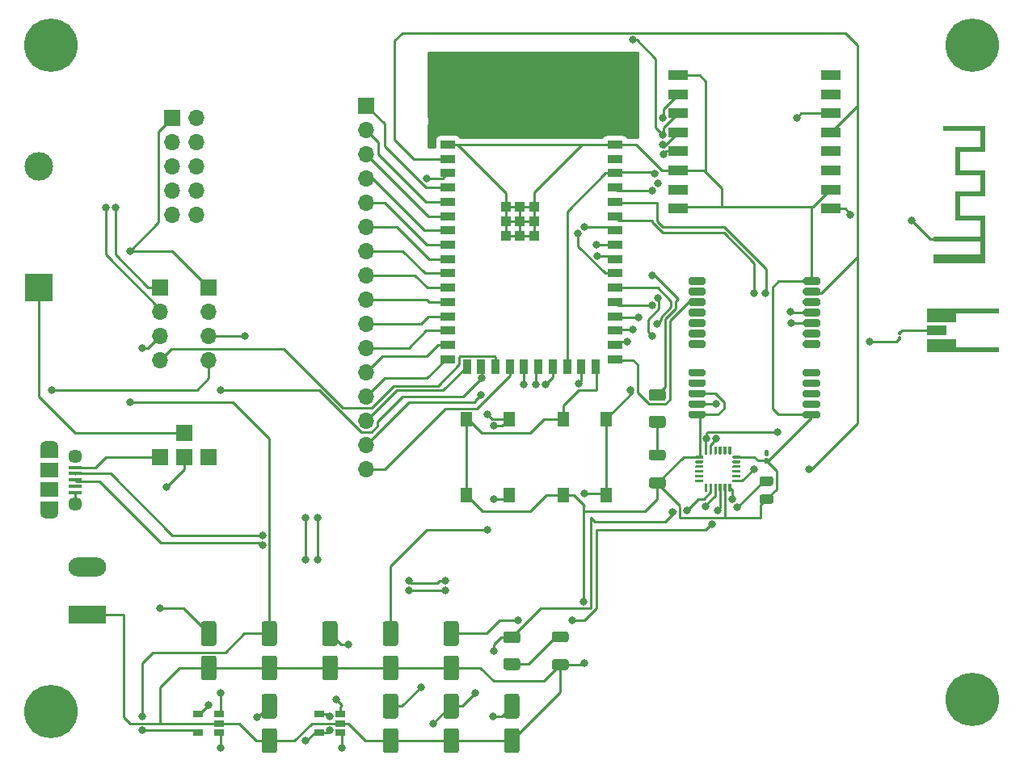
<source format=gbr>
%TF.GenerationSoftware,KiCad,Pcbnew,(5.1.9)-1*%
%TF.CreationDate,2022-07-25T22:00:41-05:00*%
%TF.ProjectId,GPSPuck,47505350-7563-46b2-9e6b-696361645f70,1*%
%TF.SameCoordinates,Original*%
%TF.FileFunction,Copper,L1,Top*%
%TF.FilePolarity,Positive*%
%FSLAX46Y46*%
G04 Gerber Fmt 4.6, Leading zero omitted, Abs format (unit mm)*
G04 Created by KiCad (PCBNEW (5.1.9)-1) date 2022-07-25 22:00:41*
%MOMM*%
%LPD*%
G01*
G04 APERTURE LIST*
%TA.AperFunction,EtchedComponent*%
%ADD10C,0.100000*%
%TD*%
%TA.AperFunction,ComponentPad*%
%ADD11C,3.600000*%
%TD*%
%TA.AperFunction,ConnectorPad*%
%ADD12C,5.600000*%
%TD*%
%TA.AperFunction,SMDPad,CuDef*%
%ADD13R,2.000000X1.000000*%
%TD*%
%TA.AperFunction,SMDPad,CuDef*%
%ADD14R,1.060000X0.650000*%
%TD*%
%TA.AperFunction,SMDPad,CuDef*%
%ADD15R,1.100000X1.100000*%
%TD*%
%TA.AperFunction,SMDPad,CuDef*%
%ADD16R,1.500000X0.900000*%
%TD*%
%TA.AperFunction,SMDPad,CuDef*%
%ADD17R,0.900000X1.500000*%
%TD*%
%TA.AperFunction,SMDPad,CuDef*%
%ADD18R,1.300000X1.550000*%
%TD*%
%TA.AperFunction,ComponentPad*%
%ADD19R,1.700000X1.700000*%
%TD*%
%TA.AperFunction,ComponentPad*%
%ADD20O,1.700000X1.700000*%
%TD*%
%TA.AperFunction,SMDPad,CuDef*%
%ADD21R,1.900000X1.200000*%
%TD*%
%TA.AperFunction,ComponentPad*%
%ADD22O,1.900000X1.200000*%
%TD*%
%TA.AperFunction,SMDPad,CuDef*%
%ADD23R,1.900000X1.500000*%
%TD*%
%TA.AperFunction,ComponentPad*%
%ADD24C,1.450000*%
%TD*%
%TA.AperFunction,SMDPad,CuDef*%
%ADD25R,1.350000X0.400000*%
%TD*%
%TA.AperFunction,ComponentPad*%
%ADD26O,3.960000X1.980000*%
%TD*%
%TA.AperFunction,ComponentPad*%
%ADD27R,3.960000X1.980000*%
%TD*%
%TA.AperFunction,ComponentPad*%
%ADD28C,3.000000*%
%TD*%
%TA.AperFunction,ComponentPad*%
%ADD29R,3.000000X3.000000*%
%TD*%
%TA.AperFunction,ComponentPad*%
%ADD30R,0.500000X0.900000*%
%TD*%
%TA.AperFunction,ConnectorPad*%
%ADD31R,0.500000X0.500000*%
%TD*%
%TA.AperFunction,SMDPad,CuDef*%
%ADD32R,2.000000X1.100000*%
%TD*%
%TA.AperFunction,SMDPad,CuDef*%
%ADD33C,0.100000*%
%TD*%
%TA.AperFunction,ViaPad*%
%ADD34C,0.800000*%
%TD*%
%TA.AperFunction,Conductor*%
%ADD35C,0.250000*%
%TD*%
%TA.AperFunction,NonConductor*%
%ADD36C,0.254000*%
%TD*%
%TA.AperFunction,NonConductor*%
%ADD37C,0.100000*%
%TD*%
G04 APERTURE END LIST*
D10*
%TO.C,Ae2*%
G36*
X170150000Y-82640000D02*
G01*
X170150000Y-80640000D01*
X172790000Y-80640000D01*
X172790000Y-77940000D01*
X170150000Y-77940000D01*
X170150000Y-75940000D01*
X172790000Y-75940000D01*
X172790000Y-73240000D01*
X168350000Y-73240000D01*
X168350000Y-73740000D01*
X172290000Y-73740000D01*
X172290000Y-75440000D01*
X169650000Y-75440000D01*
X169650000Y-78440000D01*
X172290000Y-78440000D01*
X172290000Y-80140000D01*
X169650000Y-80140000D01*
X169650000Y-83140000D01*
X172290000Y-83140000D01*
X172290000Y-84840000D01*
X167390000Y-84840000D01*
X167390000Y-85340000D01*
X172290000Y-85340000D01*
X172290000Y-86740000D01*
X167390000Y-86740000D01*
X167390000Y-87640000D01*
X167633215Y-87640000D01*
X167633215Y-87337583D01*
X167585605Y-87327742D01*
X167543203Y-87303674D01*
X167510419Y-87265731D01*
X167506065Y-87257819D01*
X167493957Y-87215156D01*
X167494700Y-87166637D01*
X167507600Y-87121122D01*
X167518213Y-87102511D01*
X167553447Y-87068868D01*
X167598632Y-87048309D01*
X167648158Y-87041778D01*
X167696417Y-87050218D01*
X167728643Y-87067112D01*
X167761313Y-87102372D01*
X167781408Y-87147682D01*
X167787982Y-87197267D01*
X167780092Y-87245353D01*
X167763186Y-87278245D01*
X167726416Y-87313185D01*
X167681622Y-87332847D01*
X167633215Y-87337583D01*
X167633215Y-87640000D01*
X172790000Y-87640000D01*
X172790000Y-82640000D01*
X170150000Y-82640000D01*
G37*
%TD*%
D11*
%TO.P,REF\u002A\u002A,1*%
%TO.N,N/C*%
X171450000Y-64770000D03*
D12*
X171450000Y-64770000D03*
%TD*%
D11*
%TO.P,REF\u002A\u002A,1*%
%TO.N,N/C*%
X171450000Y-133350000D03*
D12*
X171450000Y-133350000D03*
%TD*%
D11*
%TO.P,REF\u002A\u002A,1*%
%TO.N,N/C*%
X74930000Y-134620000D03*
D12*
X74930000Y-134620000D03*
%TD*%
%TO.P,REF\u002A\u002A,1*%
%TO.N,N/C*%
X74930000Y-64770000D03*
D11*
X74930000Y-64770000D03*
%TD*%
%TO.P,U6,24*%
%TO.N,/SDA*%
%TA.AperFunction,SMDPad,CuDef*%
G36*
G01*
X143605000Y-107695000D02*
X143455000Y-107695000D01*
G75*
G02*
X143380000Y-107620000I0J75000D01*
G01*
X143380000Y-106920000D01*
G75*
G02*
X143455000Y-106845000I75000J0D01*
G01*
X143605000Y-106845000D01*
G75*
G02*
X143680000Y-106920000I0J-75000D01*
G01*
X143680000Y-107620000D01*
G75*
G02*
X143605000Y-107695000I-75000J0D01*
G01*
G37*
%TD.AperFunction*%
%TO.P,U6,23*%
%TO.N,/SCL*%
%TA.AperFunction,SMDPad,CuDef*%
G36*
G01*
X144105000Y-107695000D02*
X143955000Y-107695000D01*
G75*
G02*
X143880000Y-107620000I0J75000D01*
G01*
X143880000Y-106920000D01*
G75*
G02*
X143955000Y-106845000I75000J0D01*
G01*
X144105000Y-106845000D01*
G75*
G02*
X144180000Y-106920000I0J-75000D01*
G01*
X144180000Y-107620000D01*
G75*
G02*
X144105000Y-107695000I-75000J0D01*
G01*
G37*
%TD.AperFunction*%
%TO.P,U6,22*%
%TO.N,N/C*%
%TA.AperFunction,SMDPad,CuDef*%
G36*
G01*
X144605000Y-107695000D02*
X144455000Y-107695000D01*
G75*
G02*
X144380000Y-107620000I0J75000D01*
G01*
X144380000Y-106920000D01*
G75*
G02*
X144455000Y-106845000I75000J0D01*
G01*
X144605000Y-106845000D01*
G75*
G02*
X144680000Y-106920000I0J-75000D01*
G01*
X144680000Y-107620000D01*
G75*
G02*
X144605000Y-107695000I-75000J0D01*
G01*
G37*
%TD.AperFunction*%
%TO.P,U6,21*%
%TA.AperFunction,SMDPad,CuDef*%
G36*
G01*
X145105000Y-107695000D02*
X144955000Y-107695000D01*
G75*
G02*
X144880000Y-107620000I0J75000D01*
G01*
X144880000Y-106920000D01*
G75*
G02*
X144955000Y-106845000I75000J0D01*
G01*
X145105000Y-106845000D01*
G75*
G02*
X145180000Y-106920000I0J-75000D01*
G01*
X145180000Y-107620000D01*
G75*
G02*
X145105000Y-107695000I-75000J0D01*
G01*
G37*
%TD.AperFunction*%
%TO.P,U6,20*%
%TO.N,Net-(2200pF1-Pad1)*%
%TA.AperFunction,SMDPad,CuDef*%
G36*
G01*
X145605000Y-107695000D02*
X145455000Y-107695000D01*
G75*
G02*
X145380000Y-107620000I0J75000D01*
G01*
X145380000Y-106920000D01*
G75*
G02*
X145455000Y-106845000I75000J0D01*
G01*
X145605000Y-106845000D01*
G75*
G02*
X145680000Y-106920000I0J-75000D01*
G01*
X145680000Y-107620000D01*
G75*
G02*
X145605000Y-107695000I-75000J0D01*
G01*
G37*
%TD.AperFunction*%
%TO.P,U6,19*%
%TO.N,N/C*%
%TA.AperFunction,SMDPad,CuDef*%
G36*
G01*
X146105000Y-107695000D02*
X145955000Y-107695000D01*
G75*
G02*
X145880000Y-107620000I0J75000D01*
G01*
X145880000Y-106920000D01*
G75*
G02*
X145955000Y-106845000I75000J0D01*
G01*
X146105000Y-106845000D01*
G75*
G02*
X146180000Y-106920000I0J-75000D01*
G01*
X146180000Y-107620000D01*
G75*
G02*
X146105000Y-107695000I-75000J0D01*
G01*
G37*
%TD.AperFunction*%
%TO.P,U6,18*%
%TO.N,GND*%
%TA.AperFunction,SMDPad,CuDef*%
G36*
G01*
X146305000Y-108045000D02*
X146305000Y-107895000D01*
G75*
G02*
X146380000Y-107820000I75000J0D01*
G01*
X147080000Y-107820000D01*
G75*
G02*
X147155000Y-107895000I0J-75000D01*
G01*
X147155000Y-108045000D01*
G75*
G02*
X147080000Y-108120000I-75000J0D01*
G01*
X146380000Y-108120000D01*
G75*
G02*
X146305000Y-108045000I0J75000D01*
G01*
G37*
%TD.AperFunction*%
%TO.P,U6,17*%
%TO.N,N/C*%
%TA.AperFunction,SMDPad,CuDef*%
G36*
G01*
X146305000Y-108545000D02*
X146305000Y-108395000D01*
G75*
G02*
X146380000Y-108320000I75000J0D01*
G01*
X147080000Y-108320000D01*
G75*
G02*
X147155000Y-108395000I0J-75000D01*
G01*
X147155000Y-108545000D01*
G75*
G02*
X147080000Y-108620000I-75000J0D01*
G01*
X146380000Y-108620000D01*
G75*
G02*
X146305000Y-108545000I0J75000D01*
G01*
G37*
%TD.AperFunction*%
%TO.P,U6,16*%
%TA.AperFunction,SMDPad,CuDef*%
G36*
G01*
X146305000Y-109045000D02*
X146305000Y-108895000D01*
G75*
G02*
X146380000Y-108820000I75000J0D01*
G01*
X147080000Y-108820000D01*
G75*
G02*
X147155000Y-108895000I0J-75000D01*
G01*
X147155000Y-109045000D01*
G75*
G02*
X147080000Y-109120000I-75000J0D01*
G01*
X146380000Y-109120000D01*
G75*
G02*
X146305000Y-109045000I0J75000D01*
G01*
G37*
%TD.AperFunction*%
%TO.P,U6,15*%
%TA.AperFunction,SMDPad,CuDef*%
G36*
G01*
X146305000Y-109545000D02*
X146305000Y-109395000D01*
G75*
G02*
X146380000Y-109320000I75000J0D01*
G01*
X147080000Y-109320000D01*
G75*
G02*
X147155000Y-109395000I0J-75000D01*
G01*
X147155000Y-109545000D01*
G75*
G02*
X147080000Y-109620000I-75000J0D01*
G01*
X146380000Y-109620000D01*
G75*
G02*
X146305000Y-109545000I0J75000D01*
G01*
G37*
%TD.AperFunction*%
%TO.P,U6,14*%
%TA.AperFunction,SMDPad,CuDef*%
G36*
G01*
X146305000Y-110045000D02*
X146305000Y-109895000D01*
G75*
G02*
X146380000Y-109820000I75000J0D01*
G01*
X147080000Y-109820000D01*
G75*
G02*
X147155000Y-109895000I0J-75000D01*
G01*
X147155000Y-110045000D01*
G75*
G02*
X147080000Y-110120000I-75000J0D01*
G01*
X146380000Y-110120000D01*
G75*
G02*
X146305000Y-110045000I0J75000D01*
G01*
G37*
%TD.AperFunction*%
%TO.P,U6,13*%
%TO.N,/3.3V*%
%TA.AperFunction,SMDPad,CuDef*%
G36*
G01*
X146305000Y-110545000D02*
X146305000Y-110395000D01*
G75*
G02*
X146380000Y-110320000I75000J0D01*
G01*
X147080000Y-110320000D01*
G75*
G02*
X147155000Y-110395000I0J-75000D01*
G01*
X147155000Y-110545000D01*
G75*
G02*
X147080000Y-110620000I-75000J0D01*
G01*
X146380000Y-110620000D01*
G75*
G02*
X146305000Y-110545000I0J75000D01*
G01*
G37*
%TD.AperFunction*%
%TO.P,U6,12*%
%TO.N,/ACCINT*%
%TA.AperFunction,SMDPad,CuDef*%
G36*
G01*
X146105000Y-111595000D02*
X145955000Y-111595000D01*
G75*
G02*
X145880000Y-111520000I0J75000D01*
G01*
X145880000Y-110820000D01*
G75*
G02*
X145955000Y-110745000I75000J0D01*
G01*
X146105000Y-110745000D01*
G75*
G02*
X146180000Y-110820000I0J-75000D01*
G01*
X146180000Y-111520000D01*
G75*
G02*
X146105000Y-111595000I-75000J0D01*
G01*
G37*
%TD.AperFunction*%
%TO.P,U6,11*%
%TO.N,GND*%
%TA.AperFunction,SMDPad,CuDef*%
G36*
G01*
X145605000Y-111595000D02*
X145455000Y-111595000D01*
G75*
G02*
X145380000Y-111520000I0J75000D01*
G01*
X145380000Y-110820000D01*
G75*
G02*
X145455000Y-110745000I75000J0D01*
G01*
X145605000Y-110745000D01*
G75*
G02*
X145680000Y-110820000I0J-75000D01*
G01*
X145680000Y-111520000D01*
G75*
G02*
X145605000Y-111595000I-75000J0D01*
G01*
G37*
%TD.AperFunction*%
%TO.P,U6,10*%
%TO.N,/REGOUT*%
%TA.AperFunction,SMDPad,CuDef*%
G36*
G01*
X145105000Y-111595000D02*
X144955000Y-111595000D01*
G75*
G02*
X144880000Y-111520000I0J75000D01*
G01*
X144880000Y-110820000D01*
G75*
G02*
X144955000Y-110745000I75000J0D01*
G01*
X145105000Y-110745000D01*
G75*
G02*
X145180000Y-110820000I0J-75000D01*
G01*
X145180000Y-111520000D01*
G75*
G02*
X145105000Y-111595000I-75000J0D01*
G01*
G37*
%TD.AperFunction*%
%TO.P,U6,9*%
%TO.N,Net-(R3-Pad1)*%
%TA.AperFunction,SMDPad,CuDef*%
G36*
G01*
X144605000Y-111595000D02*
X144455000Y-111595000D01*
G75*
G02*
X144380000Y-111520000I0J75000D01*
G01*
X144380000Y-110820000D01*
G75*
G02*
X144455000Y-110745000I75000J0D01*
G01*
X144605000Y-110745000D01*
G75*
G02*
X144680000Y-110820000I0J-75000D01*
G01*
X144680000Y-111520000D01*
G75*
G02*
X144605000Y-111595000I-75000J0D01*
G01*
G37*
%TD.AperFunction*%
%TO.P,U6,8*%
%TO.N,/3.3V*%
%TA.AperFunction,SMDPad,CuDef*%
G36*
G01*
X144105000Y-111595000D02*
X143955000Y-111595000D01*
G75*
G02*
X143880000Y-111520000I0J75000D01*
G01*
X143880000Y-110820000D01*
G75*
G02*
X143955000Y-110745000I75000J0D01*
G01*
X144105000Y-110745000D01*
G75*
G02*
X144180000Y-110820000I0J-75000D01*
G01*
X144180000Y-111520000D01*
G75*
G02*
X144105000Y-111595000I-75000J0D01*
G01*
G37*
%TD.AperFunction*%
%TO.P,U6,7*%
%TO.N,Net-(U6-Pad7)*%
%TA.AperFunction,SMDPad,CuDef*%
G36*
G01*
X143605000Y-111595000D02*
X143455000Y-111595000D01*
G75*
G02*
X143380000Y-111520000I0J75000D01*
G01*
X143380000Y-110820000D01*
G75*
G02*
X143455000Y-110745000I75000J0D01*
G01*
X143605000Y-110745000D01*
G75*
G02*
X143680000Y-110820000I0J-75000D01*
G01*
X143680000Y-111520000D01*
G75*
G02*
X143605000Y-111595000I-75000J0D01*
G01*
G37*
%TD.AperFunction*%
%TO.P,U6,6*%
%TO.N,Net-(U6-Pad6)*%
%TA.AperFunction,SMDPad,CuDef*%
G36*
G01*
X142405000Y-110545000D02*
X142405000Y-110395000D01*
G75*
G02*
X142480000Y-110320000I75000J0D01*
G01*
X143180000Y-110320000D01*
G75*
G02*
X143255000Y-110395000I0J-75000D01*
G01*
X143255000Y-110545000D01*
G75*
G02*
X143180000Y-110620000I-75000J0D01*
G01*
X142480000Y-110620000D01*
G75*
G02*
X142405000Y-110545000I0J75000D01*
G01*
G37*
%TD.AperFunction*%
%TO.P,U6,5*%
%TO.N,N/C*%
%TA.AperFunction,SMDPad,CuDef*%
G36*
G01*
X142405000Y-110045000D02*
X142405000Y-109895000D01*
G75*
G02*
X142480000Y-109820000I75000J0D01*
G01*
X143180000Y-109820000D01*
G75*
G02*
X143255000Y-109895000I0J-75000D01*
G01*
X143255000Y-110045000D01*
G75*
G02*
X143180000Y-110120000I-75000J0D01*
G01*
X142480000Y-110120000D01*
G75*
G02*
X142405000Y-110045000I0J75000D01*
G01*
G37*
%TD.AperFunction*%
%TO.P,U6,4*%
%TA.AperFunction,SMDPad,CuDef*%
G36*
G01*
X142405000Y-109545000D02*
X142405000Y-109395000D01*
G75*
G02*
X142480000Y-109320000I75000J0D01*
G01*
X143180000Y-109320000D01*
G75*
G02*
X143255000Y-109395000I0J-75000D01*
G01*
X143255000Y-109545000D01*
G75*
G02*
X143180000Y-109620000I-75000J0D01*
G01*
X142480000Y-109620000D01*
G75*
G02*
X142405000Y-109545000I0J75000D01*
G01*
G37*
%TD.AperFunction*%
%TO.P,U6,3*%
%TA.AperFunction,SMDPad,CuDef*%
G36*
G01*
X142405000Y-109045000D02*
X142405000Y-108895000D01*
G75*
G02*
X142480000Y-108820000I75000J0D01*
G01*
X143180000Y-108820000D01*
G75*
G02*
X143255000Y-108895000I0J-75000D01*
G01*
X143255000Y-109045000D01*
G75*
G02*
X143180000Y-109120000I-75000J0D01*
G01*
X142480000Y-109120000D01*
G75*
G02*
X142405000Y-109045000I0J75000D01*
G01*
G37*
%TD.AperFunction*%
%TO.P,U6,2*%
%TA.AperFunction,SMDPad,CuDef*%
G36*
G01*
X142405000Y-108545000D02*
X142405000Y-108395000D01*
G75*
G02*
X142480000Y-108320000I75000J0D01*
G01*
X143180000Y-108320000D01*
G75*
G02*
X143255000Y-108395000I0J-75000D01*
G01*
X143255000Y-108545000D01*
G75*
G02*
X143180000Y-108620000I-75000J0D01*
G01*
X142480000Y-108620000D01*
G75*
G02*
X142405000Y-108545000I0J75000D01*
G01*
G37*
%TD.AperFunction*%
%TO.P,U6,1*%
%TO.N,GND*%
%TA.AperFunction,SMDPad,CuDef*%
G36*
G01*
X142405000Y-108045000D02*
X142405000Y-107895000D01*
G75*
G02*
X142480000Y-107820000I75000J0D01*
G01*
X143180000Y-107820000D01*
G75*
G02*
X143255000Y-107895000I0J-75000D01*
G01*
X143255000Y-108045000D01*
G75*
G02*
X143180000Y-108120000I-75000J0D01*
G01*
X142480000Y-108120000D01*
G75*
G02*
X142405000Y-108045000I0J75000D01*
G01*
G37*
%TD.AperFunction*%
%TD*%
%TO.P,U5,24*%
%TO.N,GND*%
%TA.AperFunction,SMDPad,CuDef*%
G36*
G01*
X153690000Y-89720000D02*
X153690000Y-89320000D01*
G75*
G02*
X153890000Y-89120000I200000J0D01*
G01*
X155290000Y-89120000D01*
G75*
G02*
X155490000Y-89320000I0J-200000D01*
G01*
X155490000Y-89720000D01*
G75*
G02*
X155290000Y-89920000I-200000J0D01*
G01*
X153890000Y-89920000D01*
G75*
G02*
X153690000Y-89720000I0J200000D01*
G01*
G37*
%TD.AperFunction*%
%TO.P,U5,23*%
%TO.N,/3.3V*%
%TA.AperFunction,SMDPad,CuDef*%
G36*
G01*
X153690000Y-90820000D02*
X153690000Y-90420000D01*
G75*
G02*
X153890000Y-90220000I200000J0D01*
G01*
X155290000Y-90220000D01*
G75*
G02*
X155490000Y-90420000I0J-200000D01*
G01*
X155490000Y-90820000D01*
G75*
G02*
X155290000Y-91020000I-200000J0D01*
G01*
X153890000Y-91020000D01*
G75*
G02*
X153690000Y-90820000I0J200000D01*
G01*
G37*
%TD.AperFunction*%
%TO.P,U5,22*%
%TO.N,Net-(U5-Pad22)*%
%TA.AperFunction,SMDPad,CuDef*%
G36*
G01*
X153690000Y-91920000D02*
X153690000Y-91520000D01*
G75*
G02*
X153890000Y-91320000I200000J0D01*
G01*
X155290000Y-91320000D01*
G75*
G02*
X155490000Y-91520000I0J-200000D01*
G01*
X155490000Y-91920000D01*
G75*
G02*
X155290000Y-92120000I-200000J0D01*
G01*
X153890000Y-92120000D01*
G75*
G02*
X153690000Y-91920000I0J200000D01*
G01*
G37*
%TD.AperFunction*%
%TO.P,U5,21*%
%TO.N,/GPSRX*%
%TA.AperFunction,SMDPad,CuDef*%
G36*
G01*
X153690000Y-93020000D02*
X153690000Y-92620000D01*
G75*
G02*
X153890000Y-92420000I200000J0D01*
G01*
X155290000Y-92420000D01*
G75*
G02*
X155490000Y-92620000I0J-200000D01*
G01*
X155490000Y-93020000D01*
G75*
G02*
X155290000Y-93220000I-200000J0D01*
G01*
X153890000Y-93220000D01*
G75*
G02*
X153690000Y-93020000I0J200000D01*
G01*
G37*
%TD.AperFunction*%
%TO.P,U5,20*%
%TO.N,/GPSTX*%
%TA.AperFunction,SMDPad,CuDef*%
G36*
G01*
X153690000Y-94120000D02*
X153690000Y-93720000D01*
G75*
G02*
X153890000Y-93520000I200000J0D01*
G01*
X155290000Y-93520000D01*
G75*
G02*
X155490000Y-93720000I0J-200000D01*
G01*
X155490000Y-94120000D01*
G75*
G02*
X155290000Y-94320000I-200000J0D01*
G01*
X153890000Y-94320000D01*
G75*
G02*
X153690000Y-94120000I0J200000D01*
G01*
G37*
%TD.AperFunction*%
%TO.P,U5,19*%
%TO.N,Net-(U5-Pad19)*%
%TA.AperFunction,SMDPad,CuDef*%
G36*
G01*
X153690000Y-95220000D02*
X153690000Y-94820000D01*
G75*
G02*
X153890000Y-94620000I200000J0D01*
G01*
X155290000Y-94620000D01*
G75*
G02*
X155490000Y-94820000I0J-200000D01*
G01*
X155490000Y-95220000D01*
G75*
G02*
X155290000Y-95420000I-200000J0D01*
G01*
X153890000Y-95420000D01*
G75*
G02*
X153690000Y-95220000I0J200000D01*
G01*
G37*
%TD.AperFunction*%
%TO.P,U5,18*%
%TO.N,Net-(U5-Pad18)*%
%TA.AperFunction,SMDPad,CuDef*%
G36*
G01*
X153690000Y-96320000D02*
X153690000Y-95920000D01*
G75*
G02*
X153890000Y-95720000I200000J0D01*
G01*
X155290000Y-95720000D01*
G75*
G02*
X155490000Y-95920000I0J-200000D01*
G01*
X155490000Y-96320000D01*
G75*
G02*
X155290000Y-96520000I-200000J0D01*
G01*
X153890000Y-96520000D01*
G75*
G02*
X153690000Y-96320000I0J200000D01*
G01*
G37*
%TD.AperFunction*%
%TO.P,U5,17*%
%TO.N,Net-(U5-Pad17)*%
%TA.AperFunction,SMDPad,CuDef*%
G36*
G01*
X153690000Y-99320000D02*
X153690000Y-98920000D01*
G75*
G02*
X153890000Y-98720000I200000J0D01*
G01*
X155290000Y-98720000D01*
G75*
G02*
X155490000Y-98920000I0J-200000D01*
G01*
X155490000Y-99320000D01*
G75*
G02*
X155290000Y-99520000I-200000J0D01*
G01*
X153890000Y-99520000D01*
G75*
G02*
X153690000Y-99320000I0J200000D01*
G01*
G37*
%TD.AperFunction*%
%TO.P,U5,16*%
%TO.N,Net-(U5-Pad16)*%
%TA.AperFunction,SMDPad,CuDef*%
G36*
G01*
X153690000Y-100420000D02*
X153690000Y-100020000D01*
G75*
G02*
X153890000Y-99820000I200000J0D01*
G01*
X155290000Y-99820000D01*
G75*
G02*
X155490000Y-100020000I0J-200000D01*
G01*
X155490000Y-100420000D01*
G75*
G02*
X155290000Y-100620000I-200000J0D01*
G01*
X153890000Y-100620000D01*
G75*
G02*
X153690000Y-100420000I0J200000D01*
G01*
G37*
%TD.AperFunction*%
%TO.P,U5,15*%
%TO.N,Net-(U5-Pad15)*%
%TA.AperFunction,SMDPad,CuDef*%
G36*
G01*
X153690000Y-101520000D02*
X153690000Y-101120000D01*
G75*
G02*
X153890000Y-100920000I200000J0D01*
G01*
X155290000Y-100920000D01*
G75*
G02*
X155490000Y-101120000I0J-200000D01*
G01*
X155490000Y-101520000D01*
G75*
G02*
X155290000Y-101720000I-200000J0D01*
G01*
X153890000Y-101720000D01*
G75*
G02*
X153690000Y-101520000I0J200000D01*
G01*
G37*
%TD.AperFunction*%
%TO.P,U5,14*%
%TO.N,Net-(U5-Pad14)*%
%TA.AperFunction,SMDPad,CuDef*%
G36*
G01*
X153690000Y-102620000D02*
X153690000Y-102220000D01*
G75*
G02*
X153890000Y-102020000I200000J0D01*
G01*
X155290000Y-102020000D01*
G75*
G02*
X155490000Y-102220000I0J-200000D01*
G01*
X155490000Y-102620000D01*
G75*
G02*
X155290000Y-102820000I-200000J0D01*
G01*
X153890000Y-102820000D01*
G75*
G02*
X153690000Y-102620000I0J200000D01*
G01*
G37*
%TD.AperFunction*%
%TO.P,U5,13*%
%TO.N,GND*%
%TA.AperFunction,SMDPad,CuDef*%
G36*
G01*
X153690000Y-103720000D02*
X153690000Y-103320000D01*
G75*
G02*
X153890000Y-103120000I200000J0D01*
G01*
X155290000Y-103120000D01*
G75*
G02*
X155490000Y-103320000I0J-200000D01*
G01*
X155490000Y-103720000D01*
G75*
G02*
X155290000Y-103920000I-200000J0D01*
G01*
X153890000Y-103920000D01*
G75*
G02*
X153690000Y-103720000I0J200000D01*
G01*
G37*
%TD.AperFunction*%
%TO.P,U5,12*%
%TA.AperFunction,SMDPad,CuDef*%
G36*
G01*
X141690000Y-103720000D02*
X141690000Y-103320000D01*
G75*
G02*
X141890000Y-103120000I200000J0D01*
G01*
X143290000Y-103120000D01*
G75*
G02*
X143490000Y-103320000I0J-200000D01*
G01*
X143490000Y-103720000D01*
G75*
G02*
X143290000Y-103920000I-200000J0D01*
G01*
X141890000Y-103920000D01*
G75*
G02*
X141690000Y-103720000I0J200000D01*
G01*
G37*
%TD.AperFunction*%
%TO.P,U5,11*%
%TO.N,Net-(R2-Pad1)*%
%TA.AperFunction,SMDPad,CuDef*%
G36*
G01*
X141690000Y-102620000D02*
X141690000Y-102220000D01*
G75*
G02*
X141890000Y-102020000I200000J0D01*
G01*
X143290000Y-102020000D01*
G75*
G02*
X143490000Y-102220000I0J-200000D01*
G01*
X143490000Y-102620000D01*
G75*
G02*
X143290000Y-102820000I-200000J0D01*
G01*
X141890000Y-102820000D01*
G75*
G02*
X141690000Y-102620000I0J200000D01*
G01*
G37*
%TD.AperFunction*%
%TO.P,U5,10*%
%TO.N,GND*%
%TA.AperFunction,SMDPad,CuDef*%
G36*
G01*
X141690000Y-101520000D02*
X141690000Y-101120000D01*
G75*
G02*
X141890000Y-100920000I200000J0D01*
G01*
X143290000Y-100920000D01*
G75*
G02*
X143490000Y-101120000I0J-200000D01*
G01*
X143490000Y-101520000D01*
G75*
G02*
X143290000Y-101720000I-200000J0D01*
G01*
X141890000Y-101720000D01*
G75*
G02*
X141690000Y-101520000I0J200000D01*
G01*
G37*
%TD.AperFunction*%
%TO.P,U5,9*%
%TO.N,Net-(U5-Pad8)*%
%TA.AperFunction,SMDPad,CuDef*%
G36*
G01*
X141690000Y-100420000D02*
X141690000Y-100020000D01*
G75*
G02*
X141890000Y-99820000I200000J0D01*
G01*
X143290000Y-99820000D01*
G75*
G02*
X143490000Y-100020000I0J-200000D01*
G01*
X143490000Y-100420000D01*
G75*
G02*
X143290000Y-100620000I-200000J0D01*
G01*
X141890000Y-100620000D01*
G75*
G02*
X141690000Y-100420000I0J200000D01*
G01*
G37*
%TD.AperFunction*%
%TO.P,U5,8*%
%TA.AperFunction,SMDPad,CuDef*%
G36*
G01*
X141690000Y-99320000D02*
X141690000Y-98920000D01*
G75*
G02*
X141890000Y-98720000I200000J0D01*
G01*
X143290000Y-98720000D01*
G75*
G02*
X143490000Y-98920000I0J-200000D01*
G01*
X143490000Y-99320000D01*
G75*
G02*
X143290000Y-99520000I-200000J0D01*
G01*
X141890000Y-99520000D01*
G75*
G02*
X141690000Y-99320000I0J200000D01*
G01*
G37*
%TD.AperFunction*%
%TO.P,U5,7*%
%TO.N,Net-(U5-Pad7)*%
%TA.AperFunction,SMDPad,CuDef*%
G36*
G01*
X141690000Y-96320000D02*
X141690000Y-95920000D01*
G75*
G02*
X141890000Y-95720000I200000J0D01*
G01*
X143290000Y-95720000D01*
G75*
G02*
X143490000Y-95920000I0J-200000D01*
G01*
X143490000Y-96320000D01*
G75*
G02*
X143290000Y-96520000I-200000J0D01*
G01*
X141890000Y-96520000D01*
G75*
G02*
X141690000Y-96320000I0J200000D01*
G01*
G37*
%TD.AperFunction*%
%TO.P,U5,6*%
%TO.N,Net-(U5-Pad6)*%
%TA.AperFunction,SMDPad,CuDef*%
G36*
G01*
X141690000Y-95220000D02*
X141690000Y-94820000D01*
G75*
G02*
X141890000Y-94620000I200000J0D01*
G01*
X143290000Y-94620000D01*
G75*
G02*
X143490000Y-94820000I0J-200000D01*
G01*
X143490000Y-95220000D01*
G75*
G02*
X143290000Y-95420000I-200000J0D01*
G01*
X141890000Y-95420000D01*
G75*
G02*
X141690000Y-95220000I0J200000D01*
G01*
G37*
%TD.AperFunction*%
%TO.P,U5,5*%
%TO.N,Net-(U5-Pad5)*%
%TA.AperFunction,SMDPad,CuDef*%
G36*
G01*
X141690000Y-94120000D02*
X141690000Y-93720000D01*
G75*
G02*
X141890000Y-93520000I200000J0D01*
G01*
X143290000Y-93520000D01*
G75*
G02*
X143490000Y-93720000I0J-200000D01*
G01*
X143490000Y-94120000D01*
G75*
G02*
X143290000Y-94320000I-200000J0D01*
G01*
X141890000Y-94320000D01*
G75*
G02*
X141690000Y-94120000I0J200000D01*
G01*
G37*
%TD.AperFunction*%
%TO.P,U5,4*%
%TO.N,Net-(U5-Pad4)*%
%TA.AperFunction,SMDPad,CuDef*%
G36*
G01*
X141690000Y-93020000D02*
X141690000Y-92620000D01*
G75*
G02*
X141890000Y-92420000I200000J0D01*
G01*
X143290000Y-92420000D01*
G75*
G02*
X143490000Y-92620000I0J-200000D01*
G01*
X143490000Y-93020000D01*
G75*
G02*
X143290000Y-93220000I-200000J0D01*
G01*
X141890000Y-93220000D01*
G75*
G02*
X141690000Y-93020000I0J200000D01*
G01*
G37*
%TD.AperFunction*%
%TO.P,U5,3*%
%TO.N,/IPPS*%
%TA.AperFunction,SMDPad,CuDef*%
G36*
G01*
X141690000Y-91920000D02*
X141690000Y-91520000D01*
G75*
G02*
X141890000Y-91320000I200000J0D01*
G01*
X143290000Y-91320000D01*
G75*
G02*
X143490000Y-91520000I0J-200000D01*
G01*
X143490000Y-91920000D01*
G75*
G02*
X143290000Y-92120000I-200000J0D01*
G01*
X141890000Y-92120000D01*
G75*
G02*
X141690000Y-91920000I0J200000D01*
G01*
G37*
%TD.AperFunction*%
%TO.P,U5,2*%
%TO.N,Net-(U5-Pad2)*%
%TA.AperFunction,SMDPad,CuDef*%
G36*
G01*
X141690000Y-90820000D02*
X141690000Y-90420000D01*
G75*
G02*
X141890000Y-90220000I200000J0D01*
G01*
X143290000Y-90220000D01*
G75*
G02*
X143490000Y-90420000I0J-200000D01*
G01*
X143490000Y-90820000D01*
G75*
G02*
X143290000Y-91020000I-200000J0D01*
G01*
X141890000Y-91020000D01*
G75*
G02*
X141690000Y-90820000I0J200000D01*
G01*
G37*
%TD.AperFunction*%
%TO.P,U5,1*%
%TO.N,N/C*%
%TA.AperFunction,SMDPad,CuDef*%
G36*
G01*
X141690000Y-89720000D02*
X141690000Y-89320000D01*
G75*
G02*
X141890000Y-89120000I200000J0D01*
G01*
X143290000Y-89120000D01*
G75*
G02*
X143490000Y-89320000I0J-200000D01*
G01*
X143490000Y-89720000D01*
G75*
G02*
X143290000Y-89920000I-200000J0D01*
G01*
X141890000Y-89920000D01*
G75*
G02*
X141690000Y-89720000I0J200000D01*
G01*
G37*
%TD.AperFunction*%
%TD*%
D13*
%TO.P,U4,16*%
%TO.N,Net-(U4-Pad16)*%
X156590000Y-67930000D03*
%TO.P,U4,15*%
%TO.N,Net-(U4-Pad15)*%
X156590000Y-69930000D03*
%TO.P,U4,14*%
%TO.N,/RFDIO0*%
X156590000Y-71930000D03*
%TO.P,U4,13*%
%TO.N,/3.3V*%
X156590000Y-73930000D03*
%TO.P,U4,12*%
%TO.N,Net-(U4-Pad12)*%
X156590000Y-75930000D03*
%TO.P,U4,11*%
%TO.N,Net-(U4-Pad11)*%
X156590000Y-77930000D03*
%TO.P,U4,10*%
%TO.N,GND*%
X156590000Y-79930000D03*
%TO.P,U4,9*%
%TO.N,Net-(AE2-Pad1)*%
X156590000Y-81930000D03*
%TO.P,U4,8*%
%TO.N,GND*%
X140590000Y-81930000D03*
%TO.P,U4,7*%
%TO.N,Net-(U4-Pad7)*%
X140590000Y-79930000D03*
%TO.P,U4,6*%
%TO.N,GND*%
X140590000Y-77930000D03*
%TO.P,U4,5*%
%TO.N,/SS0*%
X140590000Y-75930000D03*
%TO.P,U4,4*%
%TO.N,/SCK*%
X140590000Y-73930000D03*
%TO.P,U4,3*%
%TO.N,/MOSI*%
X140590000Y-71930000D03*
%TO.P,U4,2*%
%TO.N,/MISO*%
X140590000Y-69930000D03*
%TO.P,U4,1*%
%TO.N,GND*%
X140590000Y-67930000D03*
%TD*%
D14*
%TO.P,5V Reg.,5*%
%TO.N,/5V*%
X90340000Y-136840000D03*
%TO.P,5V Reg.,4*%
%TO.N,Net-(C3-Pad1)*%
X90340000Y-134940000D03*
%TO.P,5V Reg.,3*%
%TO.N,/VPP_SEL*%
X92540000Y-134940000D03*
%TO.P,5V Reg.,2*%
%TO.N,GND*%
X92540000Y-135890000D03*
%TO.P,5V Reg.,1*%
%TO.N,/VPP_SEL*%
X92540000Y-136840000D03*
%TD*%
%TO.P,3.3V Reg.,5*%
%TO.N,/3.3V*%
X103040000Y-136840000D03*
%TO.P,3.3V Reg.,4*%
%TO.N,Net-(C2-Pad1)*%
X103040000Y-134940000D03*
%TO.P,3.3V Reg.,3*%
%TO.N,/VPP_SEL*%
X105240000Y-134940000D03*
%TO.P,3.3V Reg.,2*%
%TO.N,GND*%
X105240000Y-135890000D03*
%TO.P,3.3V Reg.,1*%
%TO.N,/VPP_SEL*%
X105240000Y-136840000D03*
%TD*%
D15*
%TO.P,U1,43*%
%TO.N,GND*%
X122535000Y-81715000D03*
X122535000Y-83265000D03*
X122535000Y-84765000D03*
X124035000Y-84765000D03*
X125535000Y-84765000D03*
X125535000Y-83265000D03*
X125535000Y-81715000D03*
X124035000Y-81715000D03*
X124035000Y-83265000D03*
D16*
%TO.P,U1,42*%
X133975000Y-75215000D03*
%TO.P,U1,41*%
%TO.N,/RST*%
X133975000Y-76715000D03*
%TO.P,U1,40*%
%TO.N,/RFDIO0*%
X133975000Y-78215000D03*
%TO.P,U1,39*%
%TO.N,/GPIO45*%
X133975000Y-79715000D03*
%TO.P,U1,38*%
%TO.N,/GPSRX*%
X133975000Y-81215000D03*
%TO.P,U1,37*%
%TO.N,/GPSTX*%
X133975000Y-82715000D03*
%TO.P,U1,36*%
%TO.N,/MTMS*%
X133975000Y-84215000D03*
%TO.P,U1,35*%
%TO.N,/MTDI*%
X133975000Y-85715000D03*
%TO.P,U1,34*%
%TO.N,/MTDO*%
X133975000Y-87215000D03*
%TO.P,U1,33*%
%TO.N,/MTCK*%
X133975000Y-88715000D03*
%TO.P,U1,32*%
%TO.N,/SDA*%
X133975000Y-90215000D03*
%TO.P,U1,31*%
%TO.N,/SCL*%
X133975000Y-91715000D03*
%TO.P,U1,30*%
%TO.N,/SCK*%
X133975000Y-93215000D03*
%TO.P,U1,29*%
%TO.N,/MOSI*%
X133975000Y-94715000D03*
%TO.P,U1,28*%
%TO.N,/MISO*%
X133975000Y-96215000D03*
%TO.P,U1,27*%
%TO.N,/IPPS*%
X133975000Y-97715000D03*
D17*
%TO.P,U1,26*%
%TO.N,GND*%
X131975000Y-98465000D03*
%TO.P,U1,25*%
%TO.N,/ACCINT*%
X130475000Y-98465000D03*
%TO.P,U1,24*%
%TO.N,/RFDIO0*%
X128975000Y-98465000D03*
%TO.P,U1,23*%
%TO.N,/D+*%
X127475000Y-98465000D03*
%TO.P,U1,22*%
%TO.N,/D-*%
X125975000Y-98465000D03*
%TO.P,U1,21*%
%TO.N,/GPIO18*%
X124475000Y-98465000D03*
%TO.P,U1,20*%
%TO.N,/GPIO17*%
X122975000Y-98465000D03*
%TO.P,U1,19*%
%TO.N,/SS1*%
X121475000Y-98465000D03*
%TO.P,U1,18*%
%TO.N,/SS0*%
X119975000Y-98465000D03*
%TO.P,U1,17*%
%TO.N,/GPIO13*%
X118475000Y-98465000D03*
D16*
%TO.P,U1,1*%
%TO.N,GND*%
X116475000Y-75215000D03*
%TO.P,U1,2*%
%TO.N,/3.3V*%
X116475000Y-76715000D03*
%TO.P,U1,3*%
%TO.N,/BOOT*%
X116475000Y-78215000D03*
%TO.P,U1,4*%
%TO.N,/GPIO0*%
X116475000Y-79715000D03*
%TO.P,U1,5*%
%TO.N,/GPIO1*%
X116475000Y-81215000D03*
%TO.P,U1,6*%
%TO.N,/GPIO2*%
X116475000Y-82715000D03*
%TO.P,U1,7*%
%TO.N,/GPIO3*%
X116475000Y-84215000D03*
%TO.P,U1,8*%
%TO.N,/GPIO4*%
X116475000Y-85715000D03*
%TO.P,U1,9*%
%TO.N,/GPIO5*%
X116475000Y-87215000D03*
%TO.P,U1,10*%
%TO.N,/GPIO6*%
X116475000Y-88715000D03*
%TO.P,U1,11*%
%TO.N,/GPIO7*%
X116475000Y-90215000D03*
%TO.P,U1,12*%
%TO.N,/GPIO8*%
X116475000Y-91715000D03*
%TO.P,U1,13*%
%TO.N,/GPIO9*%
X116475000Y-93215000D03*
%TO.P,U1,14*%
%TO.N,/GPIO10*%
X116475000Y-94715000D03*
%TO.P,U1,15*%
%TO.N,/GPIO11*%
X116475000Y-96215000D03*
%TO.P,U1,16*%
%TO.N,/GPIO12*%
X116475000Y-97715000D03*
%TD*%
D18*
%TO.P,SW2,2*%
%TO.N,/RST*%
X133060000Y-103975000D03*
X133060000Y-111925000D03*
%TO.P,SW2,1*%
%TO.N,GND*%
X128560000Y-103975000D03*
X128560000Y-111925000D03*
%TD*%
%TO.P,SW1,2*%
%TO.N,/BOOT*%
X122900000Y-103975000D03*
X122900000Y-111925000D03*
%TO.P,SW1,1*%
%TO.N,GND*%
X118400000Y-103975000D03*
X118400000Y-111925000D03*
%TD*%
%TO.P,R4,2*%
%TO.N,GND*%
%TA.AperFunction,SMDPad,CuDef*%
G36*
G01*
X137804999Y-110120000D02*
X139055001Y-110120000D01*
G75*
G02*
X139305000Y-110369999I0J-249999D01*
G01*
X139305000Y-110995001D01*
G75*
G02*
X139055001Y-111245000I-249999J0D01*
G01*
X137804999Y-111245000D01*
G75*
G02*
X137555000Y-110995001I0J249999D01*
G01*
X137555000Y-110369999D01*
G75*
G02*
X137804999Y-110120000I249999J0D01*
G01*
G37*
%TD.AperFunction*%
%TO.P,R4,1*%
%TO.N,Net-(D2-Pad2)*%
%TA.AperFunction,SMDPad,CuDef*%
G36*
G01*
X137804999Y-107195000D02*
X139055001Y-107195000D01*
G75*
G02*
X139305000Y-107444999I0J-249999D01*
G01*
X139305000Y-108070001D01*
G75*
G02*
X139055001Y-108320000I-249999J0D01*
G01*
X137804999Y-108320000D01*
G75*
G02*
X137555000Y-108070001I0J249999D01*
G01*
X137555000Y-107444999D01*
G75*
G02*
X137804999Y-107195000I249999J0D01*
G01*
G37*
%TD.AperFunction*%
%TD*%
%TO.P,R3,2*%
%TO.N,GND*%
%TA.AperFunction,SMDPad,CuDef*%
G36*
G01*
X149385000Y-111890000D02*
X150335000Y-111890000D01*
G75*
G02*
X150585000Y-112140000I0J-250000D01*
G01*
X150585000Y-112640000D01*
G75*
G02*
X150335000Y-112890000I-250000J0D01*
G01*
X149385000Y-112890000D01*
G75*
G02*
X149135000Y-112640000I0J250000D01*
G01*
X149135000Y-112140000D01*
G75*
G02*
X149385000Y-111890000I250000J0D01*
G01*
G37*
%TD.AperFunction*%
%TO.P,R3,1*%
%TO.N,Net-(R3-Pad1)*%
%TA.AperFunction,SMDPad,CuDef*%
G36*
G01*
X149385000Y-109990000D02*
X150335000Y-109990000D01*
G75*
G02*
X150585000Y-110240000I0J-250000D01*
G01*
X150585000Y-110740000D01*
G75*
G02*
X150335000Y-110990000I-250000J0D01*
G01*
X149385000Y-110990000D01*
G75*
G02*
X149135000Y-110740000I0J250000D01*
G01*
X149135000Y-110240000D01*
G75*
G02*
X149385000Y-109990000I250000J0D01*
G01*
G37*
%TD.AperFunction*%
%TD*%
%TO.P,R2,1*%
%TO.N,Net-(R2-Pad1)*%
%TA.AperFunction,SMDPad,CuDef*%
G36*
G01*
X163905000Y-95700000D02*
X163755000Y-95700000D01*
G75*
G02*
X163680000Y-95625000I0J75000D01*
G01*
X163680000Y-95375000D01*
G75*
G02*
X163755000Y-95300000I75000J0D01*
G01*
X163905000Y-95300000D01*
G75*
G02*
X163980000Y-95375000I0J-75000D01*
G01*
X163980000Y-95625000D01*
G75*
G02*
X163905000Y-95700000I-75000J0D01*
G01*
G37*
%TD.AperFunction*%
%TO.P,R2,2*%
%TO.N,Net-(AE1-Pad1)*%
%TA.AperFunction,SMDPad,CuDef*%
G36*
G01*
X163905000Y-95200000D02*
X163755000Y-95200000D01*
G75*
G02*
X163680000Y-95125000I0J75000D01*
G01*
X163680000Y-94875000D01*
G75*
G02*
X163755000Y-94800000I75000J0D01*
G01*
X163905000Y-94800000D01*
G75*
G02*
X163980000Y-94875000I0J-75000D01*
G01*
X163980000Y-95125000D01*
G75*
G02*
X163905000Y-95200000I-75000J0D01*
G01*
G37*
%TD.AperFunction*%
%TD*%
%TO.P,R1,1*%
%TO.N,Net-(D1-Pad2)*%
%TA.AperFunction,SMDPad,CuDef*%
G36*
G01*
X127644999Y-126245000D02*
X128895001Y-126245000D01*
G75*
G02*
X129145000Y-126494999I0J-249999D01*
G01*
X129145000Y-127120001D01*
G75*
G02*
X128895001Y-127370000I-249999J0D01*
G01*
X127644999Y-127370000D01*
G75*
G02*
X127395000Y-127120001I0J249999D01*
G01*
X127395000Y-126494999D01*
G75*
G02*
X127644999Y-126245000I249999J0D01*
G01*
G37*
%TD.AperFunction*%
%TO.P,R1,2*%
%TO.N,GND*%
%TA.AperFunction,SMDPad,CuDef*%
G36*
G01*
X127644999Y-129170000D02*
X128895001Y-129170000D01*
G75*
G02*
X129145000Y-129419999I0J-249999D01*
G01*
X129145000Y-130045001D01*
G75*
G02*
X128895001Y-130295000I-249999J0D01*
G01*
X127644999Y-130295000D01*
G75*
G02*
X127395000Y-130045001I0J249999D01*
G01*
X127395000Y-129419999D01*
G75*
G02*
X127644999Y-129170000I249999J0D01*
G01*
G37*
%TD.AperFunction*%
%TD*%
D19*
%TO.P,J10,1*%
%TO.N,/5V*%
X91440000Y-90170000D03*
D20*
%TO.P,J10,2*%
%TO.N,/SDA*%
X91440000Y-92710000D03*
%TO.P,J10,3*%
%TO.N,/SCL*%
X91440000Y-95250000D03*
%TO.P,J10,4*%
%TO.N,GND*%
X91440000Y-97790000D03*
%TD*%
%TO.P,J9,4*%
%TO.N,/SS1*%
X86360000Y-97790000D03*
%TO.P,J9,3*%
%TO.N,/SS0*%
X86360000Y-95250000D03*
%TO.P,J9,2*%
%TO.N,/MISO*%
X86360000Y-92710000D03*
D19*
%TO.P,J9,1*%
%TO.N,/MOSI*%
X86360000Y-90170000D03*
%TD*%
D20*
%TO.P,J8,16*%
%TO.N,/GPIO17*%
X107950000Y-109220000D03*
%TO.P,J8,15*%
%TO.N,/GPIO18*%
X107950000Y-106680000D03*
%TO.P,J8,14*%
%TO.N,/GPIO13*%
X107950000Y-104140000D03*
%TO.P,J8,13*%
%TO.N,/GPIO12*%
X107950000Y-101600000D03*
%TO.P,J8,12*%
%TO.N,/GPIO11*%
X107950000Y-99060000D03*
%TO.P,J8,11*%
%TO.N,/GPIO10*%
X107950000Y-96520000D03*
%TO.P,J8,10*%
%TO.N,/GPIO9*%
X107950000Y-93980000D03*
%TO.P,J8,9*%
%TO.N,/GPIO8*%
X107950000Y-91440000D03*
%TO.P,J8,8*%
%TO.N,/GPIO7*%
X107950000Y-88900000D03*
%TO.P,J8,7*%
%TO.N,/GPIO6*%
X107950000Y-86360000D03*
%TO.P,J8,6*%
%TO.N,/GPIO5*%
X107950000Y-83820000D03*
%TO.P,J8,5*%
%TO.N,/GPIO4*%
X107950000Y-81280000D03*
%TO.P,J8,4*%
%TO.N,/GPIO3*%
X107950000Y-78740000D03*
%TO.P,J8,3*%
%TO.N,/GPIO2*%
X107950000Y-76200000D03*
%TO.P,J8,2*%
%TO.N,/GPIO1*%
X107950000Y-73660000D03*
D19*
%TO.P,J8,1*%
%TO.N,/GPIO0*%
X107950000Y-71120000D03*
%TD*%
D20*
%TO.P,J7,10*%
%TO.N,GND*%
X90170000Y-82550000D03*
%TO.P,J7,9*%
X87630000Y-82550000D03*
%TO.P,J7,8*%
%TO.N,/MTDI*%
X90170000Y-80010000D03*
%TO.P,J7,7*%
%TO.N,Net-(J7-Pad7)*%
X87630000Y-80010000D03*
%TO.P,J7,6*%
%TO.N,/MTDO*%
X90170000Y-77470000D03*
%TO.P,J7,5*%
%TO.N,GND*%
X87630000Y-77470000D03*
%TO.P,J7,4*%
%TO.N,/MTCK*%
X90170000Y-74930000D03*
%TO.P,J7,3*%
%TO.N,GND*%
X87630000Y-74930000D03*
%TO.P,J7,2*%
%TO.N,/MTMS*%
X90170000Y-72390000D03*
D19*
%TO.P,J7,1*%
%TO.N,/5V*%
X87630000Y-72390000D03*
%TD*%
%TO.P,J6,1*%
%TO.N,Net-(BT1-Pad1)*%
X88900000Y-105410000D03*
%TD*%
%TO.P,J5,1*%
%TO.N,/VPP_SEL*%
X88900000Y-107950000D03*
%TD*%
%TO.P,J4,1*%
%TO.N,/VBUS*%
X86360000Y-107950000D03*
%TD*%
%TO.P,J3,1*%
%TO.N,Net-(J1-Pad2)*%
X91440000Y-107950000D03*
%TD*%
D21*
%TO.P,J2,6*%
%TO.N,GND*%
X74708500Y-107463000D03*
X74708500Y-113263000D03*
D22*
X74708500Y-113863000D03*
X74708500Y-106863000D03*
D23*
X74708500Y-109363000D03*
D24*
X77408500Y-112863000D03*
D25*
%TO.P,J2,3*%
%TO.N,/D+*%
X77408500Y-110363000D03*
%TO.P,J2,4*%
%TO.N,Net-(J2-Pad4)*%
X77408500Y-111013000D03*
%TO.P,J2,5*%
%TO.N,GND*%
X77408500Y-111663000D03*
%TO.P,J2,1*%
%TO.N,/VBUS*%
X77408500Y-109063000D03*
%TO.P,J2,2*%
%TO.N,/D-*%
X77408500Y-109713000D03*
D24*
%TO.P,J2,6*%
%TO.N,GND*%
X77408500Y-107863000D03*
D23*
X74708500Y-111363000D03*
%TD*%
D26*
%TO.P,J1,2*%
%TO.N,Net-(J1-Pad2)*%
X78740000Y-119460000D03*
D27*
%TO.P,J1,1*%
%TO.N,GND*%
X78740000Y-124460000D03*
%TD*%
%TO.P,D2,2*%
%TO.N,Net-(D2-Pad2)*%
%TA.AperFunction,SMDPad,CuDef*%
G36*
G01*
X137805000Y-103645000D02*
X139055000Y-103645000D01*
G75*
G02*
X139305000Y-103895000I0J-250000D01*
G01*
X139305000Y-104645000D01*
G75*
G02*
X139055000Y-104895000I-250000J0D01*
G01*
X137805000Y-104895000D01*
G75*
G02*
X137555000Y-104645000I0J250000D01*
G01*
X137555000Y-103895000D01*
G75*
G02*
X137805000Y-103645000I250000J0D01*
G01*
G37*
%TD.AperFunction*%
%TO.P,D2,1*%
%TO.N,/GPIO45*%
%TA.AperFunction,SMDPad,CuDef*%
G36*
G01*
X137805000Y-100845000D02*
X139055000Y-100845000D01*
G75*
G02*
X139305000Y-101095000I0J-250000D01*
G01*
X139305000Y-101845000D01*
G75*
G02*
X139055000Y-102095000I-250000J0D01*
G01*
X137805000Y-102095000D01*
G75*
G02*
X137555000Y-101845000I0J250000D01*
G01*
X137555000Y-101095000D01*
G75*
G02*
X137805000Y-100845000I250000J0D01*
G01*
G37*
%TD.AperFunction*%
%TD*%
%TO.P,D1,1*%
%TO.N,/3.3V*%
%TA.AperFunction,SMDPad,CuDef*%
G36*
G01*
X122565000Y-126245000D02*
X123815000Y-126245000D01*
G75*
G02*
X124065000Y-126495000I0J-250000D01*
G01*
X124065000Y-127245000D01*
G75*
G02*
X123815000Y-127495000I-250000J0D01*
G01*
X122565000Y-127495000D01*
G75*
G02*
X122315000Y-127245000I0J250000D01*
G01*
X122315000Y-126495000D01*
G75*
G02*
X122565000Y-126245000I250000J0D01*
G01*
G37*
%TD.AperFunction*%
%TO.P,D1,2*%
%TO.N,Net-(D1-Pad2)*%
%TA.AperFunction,SMDPad,CuDef*%
G36*
G01*
X122565000Y-129045000D02*
X123815000Y-129045000D01*
G75*
G02*
X124065000Y-129295000I0J-250000D01*
G01*
X124065000Y-130045000D01*
G75*
G02*
X123815000Y-130295000I-250000J0D01*
G01*
X122565000Y-130295000D01*
G75*
G02*
X122315000Y-130045000I0J250000D01*
G01*
X122315000Y-129295000D01*
G75*
G02*
X122565000Y-129045000I250000J0D01*
G01*
G37*
%TD.AperFunction*%
%TD*%
%TO.P,C8,1*%
%TO.N,/REGOUT*%
%TA.AperFunction,SMDPad,CuDef*%
G36*
G01*
X116290000Y-125170000D02*
X117390000Y-125170000D01*
G75*
G02*
X117640000Y-125420000I0J-250000D01*
G01*
X117640000Y-127520000D01*
G75*
G02*
X117390000Y-127770000I-250000J0D01*
G01*
X116290000Y-127770000D01*
G75*
G02*
X116040000Y-127520000I0J250000D01*
G01*
X116040000Y-125420000D01*
G75*
G02*
X116290000Y-125170000I250000J0D01*
G01*
G37*
%TD.AperFunction*%
%TO.P,C8,2*%
%TO.N,GND*%
%TA.AperFunction,SMDPad,CuDef*%
G36*
G01*
X116290000Y-128770000D02*
X117390000Y-128770000D01*
G75*
G02*
X117640000Y-129020000I0J-250000D01*
G01*
X117640000Y-131120000D01*
G75*
G02*
X117390000Y-131370000I-250000J0D01*
G01*
X116290000Y-131370000D01*
G75*
G02*
X116040000Y-131120000I0J250000D01*
G01*
X116040000Y-129020000D01*
G75*
G02*
X116290000Y-128770000I250000J0D01*
G01*
G37*
%TD.AperFunction*%
%TD*%
%TO.P,C7,2*%
%TO.N,GND*%
%TA.AperFunction,SMDPad,CuDef*%
G36*
G01*
X109940000Y-136390000D02*
X111040000Y-136390000D01*
G75*
G02*
X111290000Y-136640000I0J-250000D01*
G01*
X111290000Y-138740000D01*
G75*
G02*
X111040000Y-138990000I-250000J0D01*
G01*
X109940000Y-138990000D01*
G75*
G02*
X109690000Y-138740000I0J250000D01*
G01*
X109690000Y-136640000D01*
G75*
G02*
X109940000Y-136390000I250000J0D01*
G01*
G37*
%TD.AperFunction*%
%TO.P,C7,1*%
%TO.N,/RST*%
%TA.AperFunction,SMDPad,CuDef*%
G36*
G01*
X109940000Y-132790000D02*
X111040000Y-132790000D01*
G75*
G02*
X111290000Y-133040000I0J-250000D01*
G01*
X111290000Y-135140000D01*
G75*
G02*
X111040000Y-135390000I-250000J0D01*
G01*
X109940000Y-135390000D01*
G75*
G02*
X109690000Y-135140000I0J250000D01*
G01*
X109690000Y-133040000D01*
G75*
G02*
X109940000Y-132790000I250000J0D01*
G01*
G37*
%TD.AperFunction*%
%TD*%
%TO.P,C6,2*%
%TO.N,GND*%
%TA.AperFunction,SMDPad,CuDef*%
G36*
G01*
X109940000Y-128770000D02*
X111040000Y-128770000D01*
G75*
G02*
X111290000Y-129020000I0J-250000D01*
G01*
X111290000Y-131120000D01*
G75*
G02*
X111040000Y-131370000I-250000J0D01*
G01*
X109940000Y-131370000D01*
G75*
G02*
X109690000Y-131120000I0J250000D01*
G01*
X109690000Y-129020000D01*
G75*
G02*
X109940000Y-128770000I250000J0D01*
G01*
G37*
%TD.AperFunction*%
%TO.P,C6,1*%
%TO.N,/BOOT*%
%TA.AperFunction,SMDPad,CuDef*%
G36*
G01*
X109940000Y-125170000D02*
X111040000Y-125170000D01*
G75*
G02*
X111290000Y-125420000I0J-250000D01*
G01*
X111290000Y-127520000D01*
G75*
G02*
X111040000Y-127770000I-250000J0D01*
G01*
X109940000Y-127770000D01*
G75*
G02*
X109690000Y-127520000I0J250000D01*
G01*
X109690000Y-125420000D01*
G75*
G02*
X109940000Y-125170000I250000J0D01*
G01*
G37*
%TD.AperFunction*%
%TD*%
%TO.P,C5,2*%
%TO.N,GND*%
%TA.AperFunction,SMDPad,CuDef*%
G36*
G01*
X97240000Y-128770000D02*
X98340000Y-128770000D01*
G75*
G02*
X98590000Y-129020000I0J-250000D01*
G01*
X98590000Y-131120000D01*
G75*
G02*
X98340000Y-131370000I-250000J0D01*
G01*
X97240000Y-131370000D01*
G75*
G02*
X96990000Y-131120000I0J250000D01*
G01*
X96990000Y-129020000D01*
G75*
G02*
X97240000Y-128770000I250000J0D01*
G01*
G37*
%TD.AperFunction*%
%TO.P,C5,1*%
%TO.N,/5V*%
%TA.AperFunction,SMDPad,CuDef*%
G36*
G01*
X97240000Y-125170000D02*
X98340000Y-125170000D01*
G75*
G02*
X98590000Y-125420000I0J-250000D01*
G01*
X98590000Y-127520000D01*
G75*
G02*
X98340000Y-127770000I-250000J0D01*
G01*
X97240000Y-127770000D01*
G75*
G02*
X96990000Y-127520000I0J250000D01*
G01*
X96990000Y-125420000D01*
G75*
G02*
X97240000Y-125170000I250000J0D01*
G01*
G37*
%TD.AperFunction*%
%TD*%
%TO.P,C4,2*%
%TO.N,GND*%
%TA.AperFunction,SMDPad,CuDef*%
G36*
G01*
X103590000Y-128770000D02*
X104690000Y-128770000D01*
G75*
G02*
X104940000Y-129020000I0J-250000D01*
G01*
X104940000Y-131120000D01*
G75*
G02*
X104690000Y-131370000I-250000J0D01*
G01*
X103590000Y-131370000D01*
G75*
G02*
X103340000Y-131120000I0J250000D01*
G01*
X103340000Y-129020000D01*
G75*
G02*
X103590000Y-128770000I250000J0D01*
G01*
G37*
%TD.AperFunction*%
%TO.P,C4,1*%
%TO.N,/3.3V*%
%TA.AperFunction,SMDPad,CuDef*%
G36*
G01*
X103590000Y-125170000D02*
X104690000Y-125170000D01*
G75*
G02*
X104940000Y-125420000I0J-250000D01*
G01*
X104940000Y-127520000D01*
G75*
G02*
X104690000Y-127770000I-250000J0D01*
G01*
X103590000Y-127770000D01*
G75*
G02*
X103340000Y-127520000I0J250000D01*
G01*
X103340000Y-125420000D01*
G75*
G02*
X103590000Y-125170000I250000J0D01*
G01*
G37*
%TD.AperFunction*%
%TD*%
%TO.P,C3,2*%
%TO.N,GND*%
%TA.AperFunction,SMDPad,CuDef*%
G36*
G01*
X97240000Y-136390000D02*
X98340000Y-136390000D01*
G75*
G02*
X98590000Y-136640000I0J-250000D01*
G01*
X98590000Y-138740000D01*
G75*
G02*
X98340000Y-138990000I-250000J0D01*
G01*
X97240000Y-138990000D01*
G75*
G02*
X96990000Y-138740000I0J250000D01*
G01*
X96990000Y-136640000D01*
G75*
G02*
X97240000Y-136390000I250000J0D01*
G01*
G37*
%TD.AperFunction*%
%TO.P,C3,1*%
%TO.N,Net-(C3-Pad1)*%
%TA.AperFunction,SMDPad,CuDef*%
G36*
G01*
X97240000Y-132790000D02*
X98340000Y-132790000D01*
G75*
G02*
X98590000Y-133040000I0J-250000D01*
G01*
X98590000Y-135140000D01*
G75*
G02*
X98340000Y-135390000I-250000J0D01*
G01*
X97240000Y-135390000D01*
G75*
G02*
X96990000Y-135140000I0J250000D01*
G01*
X96990000Y-133040000D01*
G75*
G02*
X97240000Y-132790000I250000J0D01*
G01*
G37*
%TD.AperFunction*%
%TD*%
%TO.P,C2,1*%
%TO.N,Net-(C2-Pad1)*%
%TA.AperFunction,SMDPad,CuDef*%
G36*
G01*
X122640000Y-132790000D02*
X123740000Y-132790000D01*
G75*
G02*
X123990000Y-133040000I0J-250000D01*
G01*
X123990000Y-135140000D01*
G75*
G02*
X123740000Y-135390000I-250000J0D01*
G01*
X122640000Y-135390000D01*
G75*
G02*
X122390000Y-135140000I0J250000D01*
G01*
X122390000Y-133040000D01*
G75*
G02*
X122640000Y-132790000I250000J0D01*
G01*
G37*
%TD.AperFunction*%
%TO.P,C2,2*%
%TO.N,GND*%
%TA.AperFunction,SMDPad,CuDef*%
G36*
G01*
X122640000Y-136390000D02*
X123740000Y-136390000D01*
G75*
G02*
X123990000Y-136640000I0J-250000D01*
G01*
X123990000Y-138740000D01*
G75*
G02*
X123740000Y-138990000I-250000J0D01*
G01*
X122640000Y-138990000D01*
G75*
G02*
X122390000Y-138740000I0J250000D01*
G01*
X122390000Y-136640000D01*
G75*
G02*
X122640000Y-136390000I250000J0D01*
G01*
G37*
%TD.AperFunction*%
%TD*%
%TO.P,C1,2*%
%TO.N,GND*%
%TA.AperFunction,SMDPad,CuDef*%
G36*
G01*
X90890000Y-128770000D02*
X91990000Y-128770000D01*
G75*
G02*
X92240000Y-129020000I0J-250000D01*
G01*
X92240000Y-131120000D01*
G75*
G02*
X91990000Y-131370000I-250000J0D01*
G01*
X90890000Y-131370000D01*
G75*
G02*
X90640000Y-131120000I0J250000D01*
G01*
X90640000Y-129020000D01*
G75*
G02*
X90890000Y-128770000I250000J0D01*
G01*
G37*
%TD.AperFunction*%
%TO.P,C1,1*%
%TO.N,/VPP_SEL*%
%TA.AperFunction,SMDPad,CuDef*%
G36*
G01*
X90890000Y-125170000D02*
X91990000Y-125170000D01*
G75*
G02*
X92240000Y-125420000I0J-250000D01*
G01*
X92240000Y-127520000D01*
G75*
G02*
X91990000Y-127770000I-250000J0D01*
G01*
X90890000Y-127770000D01*
G75*
G02*
X90640000Y-127520000I0J250000D01*
G01*
X90640000Y-125420000D01*
G75*
G02*
X90890000Y-125170000I250000J0D01*
G01*
G37*
%TD.AperFunction*%
%TD*%
D28*
%TO.P,BT1,2*%
%TO.N,GND*%
X73660000Y-77470000D03*
D29*
%TO.P,BT1,1*%
%TO.N,Net-(BT1-Pad1)*%
X73660000Y-90170000D03*
%TD*%
D30*
%TO.P,Ae2,2*%
%TO.N,N/C*%
X167640000Y-87190000D03*
D31*
%TO.P,Ae2,1*%
%TO.N,Net-(AE2-Pad1)*%
X167640000Y-85090000D03*
%TD*%
D32*
%TO.P,AE1,1*%
%TO.N,Net-(AE1-Pad1)*%
X167720000Y-94700000D03*
%TA.AperFunction,SMDPad,CuDef*%
D33*
%TO.P,AE1,2*%
%TO.N,N/C*%
G36*
X166720000Y-95600000D02*
G01*
X169720000Y-95600000D01*
X169720000Y-96450000D01*
X174220000Y-96450000D01*
X174220000Y-97000000D01*
X166720000Y-97000000D01*
X166720000Y-95600000D01*
G37*
%TD.AperFunction*%
%TA.AperFunction,SMDPad,CuDef*%
G36*
X166720000Y-92400000D02*
G01*
X174220000Y-92400000D01*
X174220000Y-92950000D01*
X169720000Y-92950000D01*
X169720000Y-93800000D01*
X166720000Y-93800000D01*
X166720000Y-92400000D01*
G37*
%TD.AperFunction*%
%TD*%
%TO.P,2200pF1,2*%
%TO.N,GND*%
%TA.AperFunction,SMDPad,CuDef*%
G36*
G01*
X149760000Y-108040000D02*
X149960000Y-108040000D01*
G75*
G02*
X150060000Y-108140000I0J-100000D01*
G01*
X150060000Y-108575000D01*
G75*
G02*
X149960000Y-108675000I-100000J0D01*
G01*
X149760000Y-108675000D01*
G75*
G02*
X149660000Y-108575000I0J100000D01*
G01*
X149660000Y-108140000D01*
G75*
G02*
X149760000Y-108040000I100000J0D01*
G01*
G37*
%TD.AperFunction*%
%TO.P,2200pF1,1*%
%TO.N,Net-(2200pF1-Pad1)*%
%TA.AperFunction,SMDPad,CuDef*%
G36*
G01*
X149760000Y-107225000D02*
X149960000Y-107225000D01*
G75*
G02*
X150060000Y-107325000I0J-100000D01*
G01*
X150060000Y-107760000D01*
G75*
G02*
X149960000Y-107860000I-100000J0D01*
G01*
X149760000Y-107860000D01*
G75*
G02*
X149660000Y-107760000I0J100000D01*
G01*
X149660000Y-107325000D01*
G75*
G02*
X149760000Y-107225000I100000J0D01*
G01*
G37*
%TD.AperFunction*%
%TD*%
%TO.P,.1uF,1*%
%TO.N,/3.3V*%
%TA.AperFunction,SMDPad,CuDef*%
G36*
G01*
X116290000Y-132790000D02*
X117390000Y-132790000D01*
G75*
G02*
X117640000Y-133040000I0J-250000D01*
G01*
X117640000Y-135140000D01*
G75*
G02*
X117390000Y-135390000I-250000J0D01*
G01*
X116290000Y-135390000D01*
G75*
G02*
X116040000Y-135140000I0J250000D01*
G01*
X116040000Y-133040000D01*
G75*
G02*
X116290000Y-132790000I250000J0D01*
G01*
G37*
%TD.AperFunction*%
%TO.P,.1uF,2*%
%TO.N,GND*%
%TA.AperFunction,SMDPad,CuDef*%
G36*
G01*
X116290000Y-136390000D02*
X117390000Y-136390000D01*
G75*
G02*
X117640000Y-136640000I0J-250000D01*
G01*
X117640000Y-138740000D01*
G75*
G02*
X117390000Y-138990000I-250000J0D01*
G01*
X116290000Y-138990000D01*
G75*
G02*
X116040000Y-138740000I0J250000D01*
G01*
X116040000Y-136640000D01*
G75*
G02*
X116290000Y-136390000I250000J0D01*
G01*
G37*
%TD.AperFunction*%
%TD*%
D34*
%TO.N,GND*%
X74962500Y-100932500D03*
X130810000Y-129540000D03*
X130720000Y-123100000D03*
%TO.N,/3.3V*%
X104109998Y-136615000D03*
X114935000Y-135890000D03*
X119380000Y-132715000D03*
X121285000Y-128270000D03*
X140052500Y-113755000D03*
X154305000Y-109220000D03*
X148590000Y-109220000D03*
X141515000Y-113575000D03*
X101600000Y-137705000D03*
X106045000Y-127635000D03*
%TO.N,Net-(AE2-Pad1)*%
X158660000Y-82550000D03*
X165100000Y-83185000D03*
%TO.N,/VPP_SEL*%
X86995000Y-111125000D03*
X86360000Y-123825000D03*
X104775000Y-133350000D03*
X92710000Y-132715000D03*
X105410000Y-138430000D03*
X92710000Y-138430000D03*
X92710000Y-138430000D03*
%TO.N,Net-(C2-Pad1)*%
X104109998Y-135165000D03*
X121195000Y-135165000D03*
%TO.N,Net-(C3-Pad1)*%
X91440000Y-133985000D03*
X96520000Y-135255000D03*
%TO.N,/5V*%
X83185000Y-102235000D03*
X83185000Y-86360000D03*
X84455000Y-135165000D03*
X84455000Y-136615000D03*
%TO.N,/BOOT*%
X120650000Y-115570000D03*
X121285000Y-112395000D03*
X121285000Y-104685000D03*
X120650000Y-103505000D03*
X114300000Y-78740000D03*
%TO.N,/RST*%
X113665000Y-132080000D03*
X130810000Y-111760000D03*
X137885000Y-95250000D03*
X135615009Y-100965000D03*
X138536284Y-91316164D03*
X138536284Y-79251164D03*
%TO.N,/REGOUT*%
X123825000Y-125095000D03*
X129540000Y-125095000D03*
X144145000Y-115025000D03*
X144780000Y-113575000D03*
%TO.N,/GPIO45*%
X137885000Y-80010000D03*
X137885000Y-88900000D03*
%TO.N,/D+*%
X97062844Y-117208238D03*
X126730003Y-100330000D03*
%TO.N,/D-*%
X97065000Y-116205000D03*
X125730000Y-100330000D03*
%TO.N,/MTDI*%
X132080000Y-85725000D03*
%TO.N,/MTDO*%
X132180153Y-86894847D03*
%TO.N,/MTCK*%
X130102892Y-84527108D03*
%TO.N,/MTMS*%
X130810000Y-83820000D03*
%TO.N,/GPIO18*%
X119914847Y-101499847D03*
X124460000Y-100330000D03*
%TO.N,/SS1*%
X86360000Y-97790000D03*
%TO.N,/SS0*%
X139065000Y-76200000D03*
X120015000Y-99695000D03*
X92710000Y-100965000D03*
X84455000Y-96520000D03*
%TO.N,/MISO*%
X138989998Y-72390000D03*
X135255000Y-95885000D03*
X80645000Y-81825000D03*
%TO.N,/MOSI*%
X138989998Y-74189606D03*
X135890000Y-94615000D03*
X135890000Y-64225000D03*
X81645003Y-81825000D03*
%TO.N,/SCL*%
X144600003Y-106045000D03*
X137885000Y-92075000D03*
X116205000Y-120919997D03*
X112395000Y-120919997D03*
X102870000Y-118745000D03*
X102870000Y-114300000D03*
X95250000Y-95250000D03*
%TO.N,/SDA*%
X143600000Y-106045000D03*
X138430000Y-93980000D03*
X151039999Y-105319999D03*
X116205000Y-121920000D03*
X112395000Y-121920000D03*
X101600000Y-118745000D03*
X101600000Y-114300000D03*
%TO.N,Net-(R2-Pad1)*%
X144584847Y-102430153D03*
X160655000Y-95885000D03*
%TO.N,Net-(R3-Pad1)*%
X143527527Y-113120000D03*
X146815705Y-113223018D03*
%TO.N,/RFDIO0*%
X153035000Y-72390000D03*
X138166957Y-78232262D03*
%TO.N,/GPSRX*%
X152400000Y-92710000D03*
X149770000Y-90805000D03*
%TO.N,/GPSTX*%
X152460000Y-93920000D03*
X148590000Y-90805000D03*
%TO.N,/SCK*%
X139040425Y-75189231D03*
X136435000Y-93345000D03*
%TO.N,/ACCINT*%
X130175000Y-100240000D03*
X146255000Y-112395000D03*
%TD*%
D35*
%TO.N,GND*%
X91440000Y-97790000D02*
X91440000Y-99695000D01*
X90202500Y-100932500D02*
X74962500Y-100932500D01*
X91440000Y-99695000D02*
X90202500Y-100932500D01*
X92540000Y-135890000D02*
X94615000Y-135890000D01*
X96415000Y-137690000D02*
X97790000Y-137690000D01*
X94615000Y-135890000D02*
X96415000Y-137690000D01*
X97790000Y-137690000D02*
X100435000Y-137690000D01*
X102235000Y-135890000D02*
X105240000Y-135890000D01*
X100435000Y-137690000D02*
X102235000Y-135890000D01*
X105240000Y-135890000D02*
X106045000Y-135890000D01*
X107845000Y-137690000D02*
X110490000Y-137690000D01*
X106045000Y-135890000D02*
X107845000Y-137690000D01*
X110490000Y-137690000D02*
X116840000Y-137690000D01*
X116840000Y-137690000D02*
X123190000Y-137690000D01*
X128270000Y-132610000D02*
X128270000Y-129732500D01*
X123190000Y-137690000D02*
X128270000Y-132610000D01*
X86360000Y-135890000D02*
X86360000Y-132080000D01*
X86360000Y-135890000D02*
X92540000Y-135890000D01*
X88370000Y-130070000D02*
X91440000Y-130070000D01*
X86360000Y-132080000D02*
X88370000Y-130070000D01*
X91440000Y-130070000D02*
X97790000Y-130070000D01*
X97790000Y-130070000D02*
X104140000Y-130070000D01*
X104140000Y-130070000D02*
X110490000Y-130070000D01*
X110490000Y-130070000D02*
X116840000Y-130070000D01*
X116840000Y-130070000D02*
X119910000Y-130070000D01*
X119910000Y-130070000D02*
X121285000Y-131445000D01*
X126557500Y-131445000D02*
X128270000Y-129732500D01*
X121285000Y-131445000D02*
X126557500Y-131445000D01*
X128270000Y-129732500D02*
X130617500Y-129732500D01*
X129705000Y-111925000D02*
X128560000Y-111925000D01*
X130810000Y-113030000D02*
X129705000Y-111925000D01*
X120140000Y-113665000D02*
X118400000Y-111925000D01*
X125095000Y-113665000D02*
X120140000Y-113665000D01*
X126835000Y-111925000D02*
X125095000Y-113665000D01*
X128560000Y-111925000D02*
X126835000Y-111925000D01*
X118400000Y-111925000D02*
X118400000Y-103975000D01*
X118400000Y-103975000D02*
X118580000Y-103975000D01*
X118580000Y-103975000D02*
X120015000Y-105410000D01*
X120015000Y-105410000D02*
X125095000Y-105410000D01*
X126530000Y-103975000D02*
X128560000Y-103975000D01*
X125095000Y-105410000D02*
X126530000Y-103975000D01*
X130810000Y-113665000D02*
X137160000Y-113665000D01*
X138430000Y-112395000D02*
X138430000Y-110682500D01*
X137160000Y-113665000D02*
X138430000Y-112395000D01*
X149220000Y-113030000D02*
X149860000Y-112390000D01*
X150910010Y-109407510D02*
X149860000Y-108357500D01*
X150910010Y-111339990D02*
X150910010Y-109407510D01*
X149860000Y-112390000D02*
X150910010Y-111339990D01*
X149860000Y-108357500D02*
X148997500Y-108357500D01*
X148610000Y-107970000D02*
X146730000Y-107970000D01*
X148997500Y-108357500D02*
X148610000Y-107970000D01*
X154590000Y-103827500D02*
X154590000Y-103520000D01*
X150060000Y-108357500D02*
X154590000Y-103827500D01*
X149860000Y-108357500D02*
X150060000Y-108357500D01*
X156504998Y-79930000D02*
X156590000Y-79930000D01*
X154590000Y-89520000D02*
X154590000Y-81844998D01*
X140815001Y-81704999D02*
X140590000Y-81930000D01*
X154590000Y-81844998D02*
X154729999Y-81704999D01*
X154729999Y-81704999D02*
X156504998Y-79930000D01*
X145204999Y-81704999D02*
X145204999Y-79799999D01*
X154729999Y-81704999D02*
X145204999Y-81704999D01*
X145204999Y-81704999D02*
X140815001Y-81704999D01*
X143335000Y-77930000D02*
X140590000Y-77930000D01*
X143510000Y-78105000D02*
X143510000Y-68580000D01*
X145204999Y-79799999D02*
X143510000Y-78105000D01*
X143510000Y-78105000D02*
X143335000Y-77930000D01*
X142860000Y-67930000D02*
X140590000Y-67930000D01*
X143510000Y-68580000D02*
X142860000Y-67930000D01*
X140590000Y-77930000D02*
X138890000Y-77930000D01*
X136175000Y-75215000D02*
X133975000Y-75215000D01*
X138890000Y-77930000D02*
X136175000Y-75215000D01*
X133975000Y-75215000D02*
X116475000Y-75215000D01*
X138430000Y-110682500D02*
X140777500Y-113030000D01*
X140777500Y-114300000D02*
X144160702Y-114300000D01*
X145530000Y-114185000D02*
X145415000Y-114300000D01*
X145530000Y-112440000D02*
X145530000Y-114185000D01*
X145415000Y-114300000D02*
X149220000Y-114300000D01*
X144160702Y-114300000D02*
X145415000Y-114300000D01*
X140777500Y-114300000D02*
X140777500Y-113222500D01*
X145530000Y-112440000D02*
X145530000Y-111170000D01*
X149220000Y-114300000D02*
X149220000Y-113035000D01*
X117475000Y-75215000D02*
X122535000Y-80275000D01*
X122535000Y-80275000D02*
X122535000Y-81715000D01*
X116475000Y-75215000D02*
X117475000Y-75215000D01*
X122535000Y-81715000D02*
X124035000Y-81715000D01*
X124035000Y-81715000D02*
X125535000Y-81715000D01*
X125535000Y-81715000D02*
X125535000Y-83265000D01*
X125535000Y-83265000D02*
X124035000Y-83265000D01*
X124035000Y-83265000D02*
X122535000Y-83265000D01*
X122535000Y-83265000D02*
X122535000Y-84765000D01*
X122535000Y-84765000D02*
X124035000Y-84765000D01*
X124035000Y-84765000D02*
X125535000Y-84765000D01*
X125535000Y-84765000D02*
X125535000Y-83265000D01*
X124035000Y-83265000D02*
X124035000Y-84765000D01*
X124035000Y-83265000D02*
X124035000Y-81715000D01*
X122535000Y-83265000D02*
X122535000Y-81715000D01*
X125535000Y-81715000D02*
X125535000Y-80205000D01*
X130525000Y-75215000D02*
X133975000Y-75215000D01*
X125535000Y-80205000D02*
X130525000Y-75215000D01*
X128560000Y-103975000D02*
X128560000Y-102580000D01*
X128560000Y-102580000D02*
X130175000Y-100965000D01*
X130175000Y-100965000D02*
X132080000Y-100965000D01*
X132080000Y-98570000D02*
X131975000Y-98465000D01*
X132080000Y-100965000D02*
X132080000Y-98570000D01*
X154590000Y-89520000D02*
X151145000Y-89520000D01*
X151145000Y-89520000D02*
X150495000Y-90170000D01*
X150495000Y-90170000D02*
X150495000Y-102870000D01*
X151145000Y-103520000D02*
X154590000Y-103520000D01*
X150495000Y-102870000D02*
X151145000Y-103520000D01*
X142875000Y-103805000D02*
X142590000Y-103520000D01*
X142875000Y-107950000D02*
X142875000Y-103805000D01*
X141162500Y-107950000D02*
X142875000Y-107950000D01*
X138430000Y-110682500D02*
X141162500Y-107950000D01*
X144500000Y-101320000D02*
X142590000Y-101320000D01*
X145415000Y-102235000D02*
X144500000Y-101320000D01*
X145415000Y-102870000D02*
X145415000Y-102235000D01*
X144765000Y-103520000D02*
X145415000Y-102870000D01*
X142590000Y-103520000D02*
X144765000Y-103520000D01*
X130617500Y-129732500D02*
X130810000Y-129540000D01*
X130720000Y-113120000D02*
X130810000Y-113030000D01*
X130720000Y-123100000D02*
X130720000Y-113120000D01*
X77408500Y-112863000D02*
X77408500Y-111663000D01*
X78740000Y-124460000D02*
X82550000Y-124460000D01*
X82550000Y-135255000D02*
X83185000Y-135890000D01*
X82550000Y-124460000D02*
X82550000Y-135255000D01*
X86360000Y-135890000D02*
X83185000Y-135890000D01*
%TO.N,/3.3V*%
X159385000Y-71135000D02*
X156590000Y-73930000D01*
X159385000Y-64770000D02*
X159385000Y-71135000D01*
X158115000Y-63500000D02*
X159385000Y-64770000D01*
X111760000Y-63500000D02*
X158115000Y-63500000D01*
X110934999Y-64325001D02*
X111760000Y-63500000D01*
X110934999Y-74739999D02*
X110934999Y-64325001D01*
X112910000Y-76715000D02*
X110934999Y-74739999D01*
X116475000Y-76715000D02*
X112910000Y-76715000D01*
X159385000Y-71135000D02*
X159385000Y-86995000D01*
X159385000Y-86995000D02*
X155575000Y-90805000D01*
X159385000Y-104403190D02*
X154568190Y-109220000D01*
X159385000Y-86995000D02*
X159385000Y-104403190D01*
X103884998Y-136840000D02*
X104109998Y-136615000D01*
X103040000Y-136840000D02*
X103884998Y-136840000D01*
X116735000Y-134090000D02*
X116840000Y-134090000D01*
X114935000Y-135890000D02*
X116735000Y-134090000D01*
X116840000Y-134090000D02*
X118005000Y-134090000D01*
X118005000Y-134090000D02*
X119380000Y-132715000D01*
X121285000Y-128270000D02*
X121285000Y-127635000D01*
X122050000Y-126870000D02*
X123190000Y-126870000D01*
X121285000Y-127635000D02*
X122050000Y-126870000D01*
X123190000Y-126870000D02*
X126235000Y-123825000D01*
X126235000Y-123825000D02*
X131445000Y-123825000D01*
X131445000Y-123825000D02*
X131445000Y-114300000D01*
X139249990Y-114750010D02*
X140327490Y-113672510D01*
X131895010Y-114750010D02*
X139249990Y-114750010D01*
X131445000Y-114300000D02*
X131895010Y-114750010D01*
X140134990Y-113672510D02*
X140052500Y-113755000D01*
X140327490Y-113672510D02*
X140134990Y-113672510D01*
X154568190Y-109220000D02*
X154305000Y-109220000D01*
X147340000Y-110470000D02*
X146730000Y-110470000D01*
X148590000Y-109220000D02*
X147340000Y-110470000D01*
X141515000Y-113575000D02*
X142695000Y-112395000D01*
X144030000Y-111660702D02*
X144030000Y-111170000D01*
X143295702Y-112395000D02*
X144030000Y-111660702D01*
X142695000Y-112395000D02*
X143295702Y-112395000D01*
X103040000Y-136840000D02*
X102555000Y-136840000D01*
X101690000Y-137705000D02*
X101600000Y-137705000D01*
X102555000Y-136840000D02*
X101690000Y-137705000D01*
X105305000Y-127635000D02*
X104140000Y-126470000D01*
X106045000Y-127635000D02*
X105305000Y-127635000D01*
X154775000Y-90805000D02*
X154590000Y-90620000D01*
X155575000Y-90805000D02*
X154775000Y-90805000D01*
%TO.N,Net-(AE1-Pad1)*%
X164104990Y-94700000D02*
X163830000Y-94974990D01*
X167720000Y-94700000D02*
X164104990Y-94700000D01*
%TO.N,Net-(AE2-Pad1)*%
X156590000Y-81930000D02*
X158130000Y-81930000D01*
X158660000Y-82460000D02*
X158660000Y-82550000D01*
X158130000Y-81930000D02*
X158660000Y-82460000D01*
X167005000Y-85090000D02*
X167640000Y-85090000D01*
X165100000Y-83185000D02*
X167005000Y-85090000D01*
%TO.N,Net-(BT1-Pad1)*%
X77470000Y-105410000D02*
X88900000Y-105410000D01*
X73660000Y-101600000D02*
X77470000Y-105410000D01*
X73660000Y-90170000D02*
X73660000Y-101600000D01*
%TO.N,/VPP_SEL*%
X88900000Y-107950000D02*
X88900000Y-109220000D01*
X88900000Y-109220000D02*
X86995000Y-111125000D01*
X88795000Y-123825000D02*
X91440000Y-126470000D01*
X86360000Y-123825000D02*
X88795000Y-123825000D01*
X104775000Y-133350000D02*
X105410000Y-133985000D01*
X105240000Y-134155000D02*
X105240000Y-134940000D01*
X105410000Y-133985000D02*
X105240000Y-134155000D01*
X92710000Y-134770000D02*
X92540000Y-134940000D01*
X92710000Y-132715000D02*
X92710000Y-134770000D01*
X105410000Y-137010000D02*
X105240000Y-136840000D01*
X105410000Y-138430000D02*
X105410000Y-137010000D01*
X92710000Y-137010000D02*
X92540000Y-136840000D01*
X92710000Y-138430000D02*
X92710000Y-137010000D01*
%TO.N,Net-(C2-Pad1)*%
X103884998Y-134940000D02*
X104109998Y-135165000D01*
X103040000Y-134940000D02*
X103884998Y-134940000D01*
X122115000Y-135165000D02*
X123190000Y-134090000D01*
X121195000Y-135165000D02*
X122115000Y-135165000D01*
%TO.N,Net-(C3-Pad1)*%
X90485000Y-134940000D02*
X91440000Y-133985000D01*
X90340000Y-134940000D02*
X90485000Y-134940000D01*
X96625000Y-135255000D02*
X97790000Y-134090000D01*
X96520000Y-135255000D02*
X96625000Y-135255000D01*
%TO.N,/5V*%
X97790000Y-126470000D02*
X97790000Y-106045000D01*
X97790000Y-106045000D02*
X93980000Y-102235000D01*
X93980000Y-102235000D02*
X83185000Y-102235000D01*
X87630000Y-86360000D02*
X91440000Y-90170000D01*
X83185000Y-86360000D02*
X87630000Y-86360000D01*
X86185001Y-73834999D02*
X87630000Y-72390000D01*
X86185001Y-83359999D02*
X86185001Y-73834999D01*
X83185000Y-86360000D02*
X86185001Y-83359999D01*
X97790000Y-126470000D02*
X95145000Y-126470000D01*
X93170010Y-128444990D02*
X85550010Y-128444990D01*
X95145000Y-126470000D02*
X93170010Y-128444990D01*
X85550010Y-128444990D02*
X84455000Y-129540000D01*
X84455000Y-129540000D02*
X84455000Y-135165000D01*
X90115000Y-136615000D02*
X90340000Y-136840000D01*
X84455000Y-136615000D02*
X90115000Y-136615000D01*
%TO.N,/BOOT*%
X110490000Y-126470000D02*
X110490000Y-119380000D01*
X110490000Y-119380000D02*
X114300000Y-115570000D01*
X114300000Y-115570000D02*
X120650000Y-115570000D01*
X122430000Y-112395000D02*
X122900000Y-111925000D01*
X121285000Y-112395000D02*
X122430000Y-112395000D01*
X122190000Y-104685000D02*
X122900000Y-103975000D01*
X121285000Y-104685000D02*
X122190000Y-104685000D01*
X122900000Y-103975000D02*
X121120000Y-103975000D01*
X121120000Y-103975000D02*
X120650000Y-103505000D01*
X115950000Y-78740000D02*
X116475000Y-78215000D01*
X114300000Y-78740000D02*
X115950000Y-78740000D01*
%TO.N,/RST*%
X133060000Y-103975000D02*
X135890000Y-101145000D01*
X110490000Y-134090000D02*
X111655000Y-134090000D01*
X111655000Y-134090000D02*
X113665000Y-132080000D01*
X132895000Y-111760000D02*
X133060000Y-111925000D01*
X130810000Y-111760000D02*
X132895000Y-111760000D01*
X133060000Y-111925000D02*
X133060000Y-103975000D01*
X135795009Y-101145000D02*
X135615009Y-100965000D01*
X135890000Y-101145000D02*
X135795009Y-101145000D01*
X138610001Y-92423001D02*
X138610001Y-91620001D01*
X137485001Y-93548001D02*
X138610001Y-92423001D01*
X137485001Y-94850001D02*
X137485001Y-93548001D01*
X137885000Y-95250000D02*
X137485001Y-94850001D01*
X138536284Y-91546284D02*
X138536284Y-91316164D01*
X138610001Y-91620001D02*
X138536284Y-91546284D01*
%TO.N,/REGOUT*%
X116840000Y-126470000D02*
X120545000Y-126470000D01*
X121920000Y-125095000D02*
X123825000Y-125095000D01*
X120545000Y-126470000D02*
X121920000Y-125095000D01*
X130811410Y-125095000D02*
X132080000Y-123826410D01*
X129540000Y-125095000D02*
X130811410Y-125095000D01*
X132080000Y-123826410D02*
X132080000Y-115570000D01*
X132080000Y-115570000D02*
X143510000Y-115570000D01*
X144055000Y-115025000D02*
X144145000Y-115025000D01*
X143510000Y-115570000D02*
X144055000Y-115025000D01*
X145030000Y-113325000D02*
X145030000Y-111170000D01*
X144780000Y-113575000D02*
X145030000Y-113325000D01*
%TO.N,Net-(D1-Pad2)*%
X123190000Y-129670000D02*
X124965000Y-129670000D01*
X127827500Y-126807500D02*
X128270000Y-126807500D01*
X124965000Y-129670000D02*
X127827500Y-126807500D01*
%TO.N,Net-(D2-Pad2)*%
X138430000Y-104270000D02*
X138430000Y-107757500D01*
%TO.N,/GPIO45*%
X139280009Y-93493581D02*
X140335000Y-92438590D01*
X139280008Y-100619992D02*
X139280009Y-93493581D01*
X138430000Y-101470000D02*
X139280008Y-100619992D01*
X140335000Y-91655167D02*
X140609990Y-91380177D01*
X140335000Y-92438590D02*
X140335000Y-91655167D01*
X134270000Y-80010000D02*
X133975000Y-79715000D01*
X137885000Y-80010000D02*
X134270000Y-80010000D01*
X140609990Y-91380177D02*
X138129813Y-88900000D01*
X138129813Y-88900000D02*
X137885000Y-88900000D01*
%TO.N,/D+*%
X127475000Y-99585003D02*
X127475000Y-98465000D01*
X126730003Y-100330000D02*
X127475000Y-99585003D01*
X77533499Y-110487999D02*
X77408500Y-110363000D01*
X86450001Y-116930001D02*
X80007999Y-110487999D01*
X96784607Y-116930001D02*
X86450001Y-116930001D01*
X80007999Y-110487999D02*
X77533499Y-110487999D01*
X97062844Y-117208238D02*
X96784607Y-116930001D01*
%TO.N,/VBUS*%
X77408500Y-109063000D02*
X78333500Y-109063000D01*
X77408500Y-109063000D02*
X79532000Y-109063000D01*
X80645000Y-107950000D02*
X86360000Y-107950000D01*
X79532000Y-109063000D02*
X80645000Y-107950000D01*
%TO.N,/D-*%
X77423500Y-109728000D02*
X77408500Y-109713000D01*
X125730000Y-98710000D02*
X125975000Y-98465000D01*
X125730000Y-100330000D02*
X125730000Y-98710000D01*
X81138000Y-109713000D02*
X77408500Y-109713000D01*
X87630000Y-116205000D02*
X81138000Y-109713000D01*
X97065000Y-116205000D02*
X87630000Y-116205000D01*
%TO.N,/MTDI*%
X133965000Y-85725000D02*
X133975000Y-85715000D01*
X132080000Y-85725000D02*
X133965000Y-85725000D01*
%TO.N,/MTDO*%
X133654847Y-86894847D02*
X133975000Y-87215000D01*
X132180153Y-86894847D02*
X133654847Y-86894847D01*
%TO.N,/MTCK*%
X132975000Y-88715000D02*
X133975000Y-88715000D01*
X130102892Y-85842892D02*
X132975000Y-88715000D01*
X130102892Y-84527108D02*
X130102892Y-85842892D01*
%TO.N,/MTMS*%
X133580000Y-83820000D02*
X133975000Y-84215000D01*
X130810000Y-83820000D02*
X133580000Y-83820000D01*
%TO.N,/GPIO17*%
X119565001Y-102874999D02*
X116200001Y-102874999D01*
X122975000Y-99465000D02*
X119565001Y-102874999D01*
X122975000Y-98465000D02*
X122975000Y-99465000D01*
X109855000Y-109220000D02*
X107950000Y-109220000D01*
X116200001Y-102874999D02*
X109855000Y-109220000D01*
%TO.N,/GPIO18*%
X119814694Y-101600000D02*
X119914847Y-101499847D01*
X124460000Y-98480000D02*
X124475000Y-98465000D01*
X124460000Y-100330000D02*
X124460000Y-98480000D01*
X119380000Y-102034694D02*
X119914847Y-101499847D01*
X119380000Y-102235000D02*
X119380000Y-102034694D01*
X112395000Y-102235000D02*
X119380000Y-102235000D01*
X107950000Y-106680000D02*
X112395000Y-102235000D01*
%TO.N,/GPIO13*%
X118475000Y-98465000D02*
X115975000Y-100965000D01*
X111125000Y-100965000D02*
X107950000Y-104140000D01*
X115975000Y-100965000D02*
X111125000Y-100965000D01*
%TO.N,/GPIO12*%
X116475000Y-97715000D02*
X116280000Y-97715000D01*
X116280000Y-97715000D02*
X114300000Y-99695000D01*
X109855000Y-99695000D02*
X107950000Y-101600000D01*
X114300000Y-99695000D02*
X109855000Y-99695000D01*
%TO.N,/GPIO11*%
X115475000Y-96215000D02*
X114300000Y-97390000D01*
X116475000Y-96215000D02*
X115475000Y-96215000D01*
X109620000Y-97390000D02*
X107950000Y-99060000D01*
X114300000Y-97390000D02*
X109620000Y-97390000D01*
%TO.N,/GPIO10*%
X116475000Y-94715000D02*
X114200000Y-94715000D01*
X112395000Y-96520000D02*
X107950000Y-96520000D01*
X114200000Y-94715000D02*
X112395000Y-96520000D01*
%TO.N,/GPIO9*%
X116475000Y-93215000D02*
X114430000Y-93215000D01*
X113665000Y-93980000D02*
X107950000Y-93980000D01*
X114430000Y-93215000D02*
X113665000Y-93980000D01*
%TO.N,/GPIO8*%
X116475000Y-91715000D02*
X114575000Y-91715000D01*
X114300000Y-91440000D02*
X107950000Y-91440000D01*
X114575000Y-91715000D02*
X114300000Y-91440000D01*
%TO.N,/GPIO7*%
X116475000Y-90215000D02*
X114345000Y-90215000D01*
X113030000Y-88900000D02*
X107950000Y-88900000D01*
X114345000Y-90215000D02*
X113030000Y-88900000D01*
%TO.N,/GPIO6*%
X116475000Y-88715000D02*
X114115000Y-88715000D01*
X111760000Y-86360000D02*
X107950000Y-86360000D01*
X114115000Y-88715000D02*
X111760000Y-86360000D01*
%TO.N,/GPIO5*%
X116475000Y-87215000D02*
X114520000Y-87215000D01*
X111125000Y-83820000D02*
X107950000Y-83820000D01*
X114520000Y-87215000D02*
X111125000Y-83820000D01*
%TO.N,/GPIO4*%
X116475000Y-85715000D02*
X114290000Y-85715000D01*
X109855000Y-81280000D02*
X107950000Y-81280000D01*
X114290000Y-85715000D02*
X109855000Y-81280000D01*
%TO.N,/GPIO3*%
X116475000Y-84215000D02*
X114695000Y-84215000D01*
X108585000Y-78740000D02*
X107950000Y-78740000D01*
X114060000Y-84215000D02*
X108585000Y-78740000D01*
X116475000Y-84215000D02*
X114060000Y-84215000D01*
%TO.N,/GPIO2*%
X116475000Y-82715000D02*
X114465000Y-82715000D01*
X114465000Y-82715000D02*
X107950000Y-76200000D01*
%TO.N,/GPIO1*%
X116475000Y-81215000D02*
X114235000Y-81215000D01*
X114235000Y-81215000D02*
X109220000Y-76200000D01*
X109220000Y-74930000D02*
X107950000Y-73660000D01*
X109220000Y-76200000D02*
X109220000Y-74930000D01*
%TO.N,/GPIO0*%
X114201998Y-79715000D02*
X109855000Y-75368002D01*
X116475000Y-79715000D02*
X114201998Y-79715000D01*
X109855000Y-73025000D02*
X107950000Y-71120000D01*
X109855000Y-75368002D02*
X109855000Y-73025000D01*
%TO.N,/SS1*%
X99322407Y-96614999D02*
X87535001Y-96614999D01*
X105482409Y-102775001D02*
X99322407Y-96614999D01*
X108514001Y-102775001D02*
X105482409Y-102775001D01*
X115460012Y-100514990D02*
X110774012Y-100514990D01*
X110774012Y-100514990D02*
X108514001Y-102775001D01*
X117699999Y-98275003D02*
X115460012Y-100514990D01*
X117699999Y-97454999D02*
X117699999Y-98275003D01*
X117764999Y-97389999D02*
X117699999Y-97454999D01*
X121399999Y-97389999D02*
X117764999Y-97389999D01*
X87535001Y-96614999D02*
X86360000Y-97790000D01*
X121475000Y-97465000D02*
X121399999Y-97389999D01*
X121475000Y-98465000D02*
X121475000Y-97465000D01*
%TO.N,/SS0*%
X139335000Y-75930000D02*
X139065000Y-76200000D01*
X140590000Y-75930000D02*
X139335000Y-75930000D01*
X120015000Y-98505000D02*
X119975000Y-98465000D01*
X120015000Y-99695000D02*
X120015000Y-98505000D01*
X120015000Y-99695000D02*
X118110000Y-101600000D01*
X118110000Y-101600000D02*
X116840000Y-101600000D01*
X116840000Y-101600000D02*
X111760000Y-101600000D01*
X109125001Y-104704001D02*
X108514001Y-105315001D01*
X109125001Y-104234999D02*
X109125001Y-104704001D01*
X111760000Y-101600000D02*
X109125001Y-104234999D01*
X107385999Y-105315001D02*
X103035998Y-100965000D01*
X108514001Y-105315001D02*
X107385999Y-105315001D01*
X103035998Y-100965000D02*
X92710000Y-100965000D01*
X85090000Y-96520000D02*
X86360000Y-95250000D01*
X84455000Y-96520000D02*
X85090000Y-96520000D01*
%TO.N,/MISO*%
X140590000Y-69930000D02*
X139065000Y-71455000D01*
X139065000Y-72314998D02*
X138989998Y-72390000D01*
X139065000Y-71455000D02*
X139065000Y-72314998D01*
X134305000Y-95885000D02*
X133975000Y-96215000D01*
X135255000Y-95885000D02*
X134305000Y-95885000D01*
X86360000Y-92455002D02*
X86360000Y-92710000D01*
X80645000Y-86740002D02*
X86360000Y-92455002D01*
X80645000Y-81825000D02*
X80645000Y-86740002D01*
%TO.N,/MOSI*%
X140590000Y-71930000D02*
X139065000Y-73455000D01*
X139065000Y-74114604D02*
X138989998Y-74189606D01*
X139065000Y-73455000D02*
X139065000Y-74114604D01*
X134075000Y-94615000D02*
X133975000Y-94715000D01*
X135890000Y-94615000D02*
X134075000Y-94615000D01*
X138264997Y-73464605D02*
X138264997Y-66205003D01*
X138989998Y-74189606D02*
X138264997Y-73464605D01*
X136284994Y-64225000D02*
X135890000Y-64225000D01*
X138264997Y-66205003D02*
X136284994Y-64225000D01*
X81645003Y-81825000D02*
X81645003Y-86725003D01*
X85090000Y-90170000D02*
X86360000Y-90170000D01*
X81645003Y-86725003D02*
X85090000Y-90170000D01*
%TO.N,/SCL*%
X144030000Y-106688002D02*
X144325001Y-106393001D01*
X144030000Y-107270000D02*
X144030000Y-106688002D01*
X144325001Y-106320002D02*
X144600003Y-106045000D01*
X144325001Y-106393001D02*
X144325001Y-106320002D01*
X134335000Y-92075000D02*
X133975000Y-91715000D01*
X137885000Y-92075000D02*
X134335000Y-92075000D01*
X115639315Y-120919997D02*
X115364313Y-121194999D01*
X116205000Y-120919997D02*
X115639315Y-120919997D01*
X112670002Y-121194999D02*
X112395000Y-120919997D01*
X115364313Y-121194999D02*
X112670002Y-121194999D01*
X102870000Y-118745000D02*
X102870000Y-114300000D01*
X95250000Y-95250000D02*
X91440000Y-95250000D01*
%TO.N,/SDA*%
X143530000Y-107270000D02*
X143530000Y-106065000D01*
X143550000Y-106045000D02*
X143600000Y-106045000D01*
X143530000Y-106065000D02*
X143550000Y-106045000D01*
X138475000Y-90215000D02*
X133975000Y-90215000D01*
X139884990Y-91624990D02*
X138475000Y-90215000D01*
X139884990Y-92252190D02*
X139884990Y-91624990D01*
X138830000Y-93307180D02*
X139884990Y-92252190D01*
X138829999Y-93580001D02*
X138830000Y-93307180D01*
X138430000Y-93980000D02*
X138829999Y-93580001D01*
X143759316Y-105319999D02*
X151039999Y-105319999D01*
X143600000Y-105479315D02*
X143759316Y-105319999D01*
X143600000Y-106045000D02*
X143600000Y-105479315D01*
X116205000Y-121920000D02*
X112395000Y-121920000D01*
X101600000Y-118745000D02*
X101600000Y-114300000D01*
%TO.N,Net-(R2-Pad1)*%
X142590000Y-102420000D02*
X144595000Y-102420000D01*
X144595000Y-102420000D02*
X144584847Y-102430153D01*
X163470010Y-95885000D02*
X163830000Y-95525010D01*
X160655000Y-95885000D02*
X163470010Y-95885000D01*
%TO.N,Net-(R3-Pad1)*%
X144530000Y-111170000D02*
X144530000Y-112010000D01*
X143527527Y-113012473D02*
X143527527Y-113120000D01*
X144530000Y-112010000D02*
X143527527Y-113012473D01*
X149548723Y-110490000D02*
X149860000Y-110490000D01*
X146815705Y-113223018D02*
X149548723Y-110490000D01*
%TO.N,/RFDIO0*%
X153495000Y-71930000D02*
X153035000Y-72390000D01*
X156590000Y-71930000D02*
X153495000Y-71930000D01*
X138301328Y-78232262D02*
X138166957Y-78232262D01*
X138428590Y-78105000D02*
X138301328Y-78232262D01*
X134085000Y-78105000D02*
X138428590Y-78105000D01*
X133975000Y-78215000D02*
X134085000Y-78105000D01*
X128975000Y-82215000D02*
X128975000Y-98465000D01*
X132975000Y-78215000D02*
X128975000Y-82215000D01*
X133975000Y-78215000D02*
X132975000Y-78215000D01*
%TO.N,/GPSRX*%
X154590000Y-92820000D02*
X152510000Y-92820000D01*
X152510000Y-92820000D02*
X152400000Y-92710000D01*
X134040000Y-81280000D02*
X133975000Y-81215000D01*
X138430000Y-81280000D02*
X134040000Y-81280000D01*
X138430000Y-83276410D02*
X138973590Y-83820000D01*
X138430000Y-81280000D02*
X138430000Y-83276410D01*
X138973590Y-83820000D02*
X145415000Y-83820000D01*
X145415000Y-83820000D02*
X149860000Y-88265000D01*
X149860000Y-88265000D02*
X149860000Y-90805000D01*
X149860000Y-90805000D02*
X149770000Y-90805000D01*
%TO.N,/GPSTX*%
X154590000Y-93920000D02*
X152460000Y-93920000D01*
X134445000Y-83185000D02*
X133975000Y-82715000D01*
X137885000Y-83185000D02*
X134445000Y-83185000D01*
X137885000Y-83367820D02*
X138972180Y-84455000D01*
X137885000Y-83185000D02*
X137885000Y-83367820D01*
X138972180Y-84455000D02*
X145413590Y-84455000D01*
X145413590Y-84455000D02*
X148590000Y-87631410D01*
X148590000Y-87631410D02*
X148590000Y-90805000D01*
%TO.N,/SCK*%
X140590000Y-73930000D02*
X139065000Y-75455000D01*
X139065000Y-75213806D02*
X139040425Y-75189231D01*
X139065000Y-75455000D02*
X139065000Y-75213806D01*
X134105000Y-93345000D02*
X133975000Y-93215000D01*
X136435000Y-93345000D02*
X134105000Y-93345000D01*
%TO.N,/IPPS*%
X141690000Y-91720000D02*
X139730018Y-93679982D01*
X142590000Y-91720000D02*
X141690000Y-91720000D01*
X136340009Y-101193199D02*
X136340009Y-98240009D01*
X137566820Y-102420010D02*
X136340009Y-101193199D01*
X139293180Y-102420010D02*
X137566820Y-102420010D01*
X139730018Y-101983172D02*
X139293180Y-102420010D01*
X139730018Y-93679982D02*
X139730018Y-101983172D01*
X136340009Y-98240009D02*
X135890000Y-97790000D01*
X134050000Y-97790000D02*
X133975000Y-97715000D01*
X135890000Y-97790000D02*
X134050000Y-97790000D01*
%TO.N,/ACCINT*%
X130475000Y-99940000D02*
X130175000Y-100240000D01*
X130475000Y-98465000D02*
X130475000Y-99940000D01*
X146255000Y-111395000D02*
X146030000Y-111170000D01*
X146255000Y-112395000D02*
X146255000Y-111395000D01*
%TD*%
D36*
X136398000Y-74488449D02*
X136323986Y-74465997D01*
X136212333Y-74455000D01*
X136212322Y-74455000D01*
X136175000Y-74451324D01*
X136137678Y-74455000D01*
X135279320Y-74455000D01*
X135255537Y-74410506D01*
X135176185Y-74313815D01*
X135079494Y-74234463D01*
X134969180Y-74175498D01*
X134849482Y-74139188D01*
X134725000Y-74126928D01*
X133225000Y-74126928D01*
X133100518Y-74139188D01*
X132980820Y-74175498D01*
X132870506Y-74234463D01*
X132773815Y-74313815D01*
X132694463Y-74410506D01*
X132670680Y-74455000D01*
X130562325Y-74455000D01*
X130525000Y-74451324D01*
X130487675Y-74455000D01*
X117779320Y-74455000D01*
X117755537Y-74410506D01*
X117676185Y-74313815D01*
X117579494Y-74234463D01*
X117469180Y-74175498D01*
X117349482Y-74139188D01*
X117225000Y-74126928D01*
X115725000Y-74126928D01*
X115600518Y-74139188D01*
X115480820Y-74175498D01*
X115370506Y-74234463D01*
X115273815Y-74313815D01*
X115194463Y-74410506D01*
X115135498Y-74520820D01*
X115099188Y-74640518D01*
X115086928Y-74765000D01*
X115086928Y-75438000D01*
X114427000Y-75438000D01*
X114427000Y-73252440D01*
X114495000Y-72910581D01*
X114495000Y-72529419D01*
X114427000Y-72187560D01*
X114427000Y-65532000D01*
X136398000Y-65532000D01*
X136398000Y-74488449D01*
%TA.AperFunction,NonConductor*%
D37*
G36*
X136398000Y-74488449D02*
G01*
X136323986Y-74465997D01*
X136212333Y-74455000D01*
X136212322Y-74455000D01*
X136175000Y-74451324D01*
X136137678Y-74455000D01*
X135279320Y-74455000D01*
X135255537Y-74410506D01*
X135176185Y-74313815D01*
X135079494Y-74234463D01*
X134969180Y-74175498D01*
X134849482Y-74139188D01*
X134725000Y-74126928D01*
X133225000Y-74126928D01*
X133100518Y-74139188D01*
X132980820Y-74175498D01*
X132870506Y-74234463D01*
X132773815Y-74313815D01*
X132694463Y-74410506D01*
X132670680Y-74455000D01*
X130562325Y-74455000D01*
X130525000Y-74451324D01*
X130487675Y-74455000D01*
X117779320Y-74455000D01*
X117755537Y-74410506D01*
X117676185Y-74313815D01*
X117579494Y-74234463D01*
X117469180Y-74175498D01*
X117349482Y-74139188D01*
X117225000Y-74126928D01*
X115725000Y-74126928D01*
X115600518Y-74139188D01*
X115480820Y-74175498D01*
X115370506Y-74234463D01*
X115273815Y-74313815D01*
X115194463Y-74410506D01*
X115135498Y-74520820D01*
X115099188Y-74640518D01*
X115086928Y-74765000D01*
X115086928Y-75438000D01*
X114427000Y-75438000D01*
X114427000Y-73252440D01*
X114495000Y-72910581D01*
X114495000Y-72529419D01*
X114427000Y-72187560D01*
X114427000Y-65532000D01*
X136398000Y-65532000D01*
X136398000Y-74488449D01*
G37*
%TD.AperFunction*%
M02*

</source>
